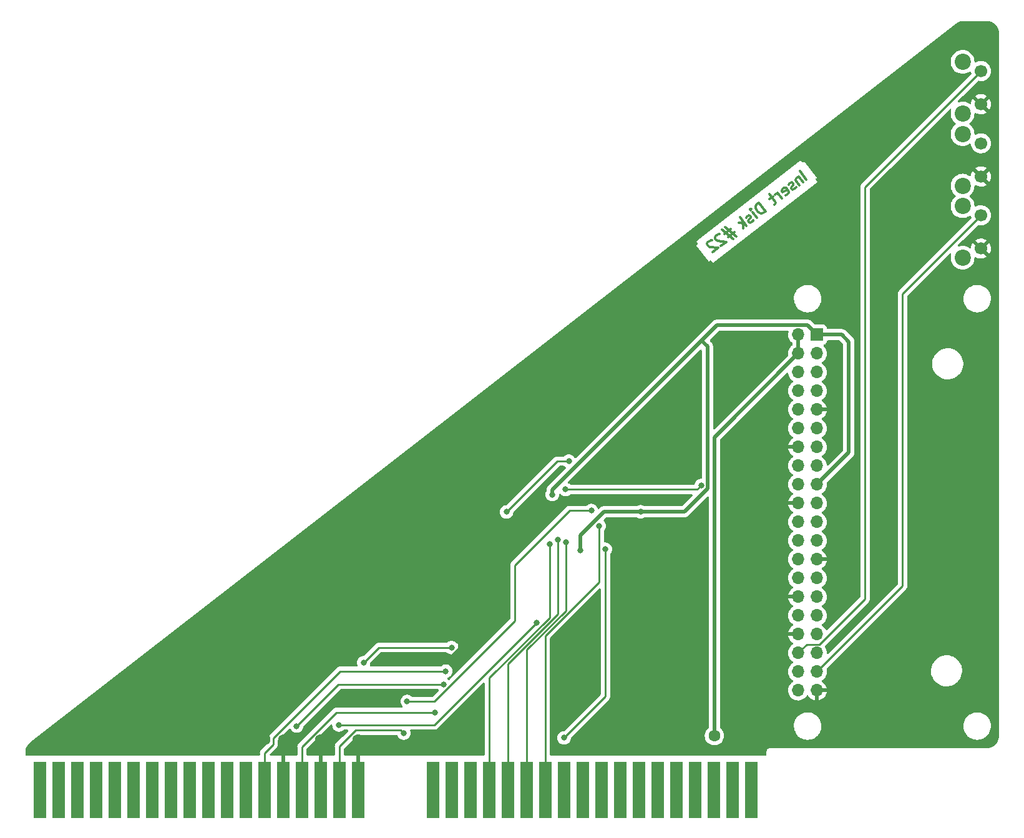
<source format=gbr>
G04 #@! TF.GenerationSoftware,KiCad,Pcbnew,6.99.0-dde629330d~145~ubuntu21.04.1*
G04 #@! TF.CreationDate,2022-01-09T07:55:56+00:00*
G04 #@! TF.ProjectId,videoslotadapter,76696465-6f73-46c6-9f74-616461707465,rev?*
G04 #@! TF.SameCoordinates,Original*
G04 #@! TF.FileFunction,Copper,L2,Bot*
G04 #@! TF.FilePolarity,Positive*
%FSLAX46Y46*%
G04 Gerber Fmt 4.6, Leading zero omitted, Abs format (unit mm)*
G04 Created by KiCad (PCBNEW 6.99.0-dde629330d~145~ubuntu21.04.1) date 2022-01-09 07:55:56*
%MOMM*%
%LPD*%
G01*
G04 APERTURE LIST*
%ADD10C,0.300000*%
G04 #@! TA.AperFunction,NonConductor*
%ADD11C,0.300000*%
G04 #@! TD*
G04 #@! TA.AperFunction,ConnectorPad*
%ADD12R,1.780000X7.620000*%
G04 #@! TD*
G04 #@! TA.AperFunction,ComponentPad*
%ADD13R,1.700000X1.700000*%
G04 #@! TD*
G04 #@! TA.AperFunction,ComponentPad*
%ADD14O,1.700000X1.700000*%
G04 #@! TD*
G04 #@! TA.AperFunction,ComponentPad*
%ADD15C,2.200000*%
G04 #@! TD*
G04 #@! TA.AperFunction,ComponentPad*
%ADD16C,1.700000*%
G04 #@! TD*
G04 #@! TA.AperFunction,ViaPad*
%ADD17C,1.600000*%
G04 #@! TD*
G04 #@! TA.AperFunction,ViaPad*
%ADD18C,0.800000*%
G04 #@! TD*
G04 #@! TA.AperFunction,Conductor*
%ADD19C,0.500000*%
G04 #@! TD*
G04 #@! TA.AperFunction,Conductor*
%ADD20C,0.250000*%
G04 #@! TD*
G04 APERTURE END LIST*
D10*
D11*
X217038152Y-29451527D02*
X216118792Y-28266295D01*
X215965263Y-29018171D02*
X216578170Y-29808326D01*
X216052821Y-29131050D02*
X215952602Y-29118390D01*
X215795944Y-29149508D01*
X215626625Y-29280846D01*
X215557525Y-29424843D01*
X215588643Y-29581502D01*
X216070213Y-30202338D01*
X215622890Y-30458919D02*
X215553790Y-30602916D01*
X215328032Y-30778033D01*
X215171373Y-30809151D01*
X215027376Y-30740051D01*
X214983596Y-30683611D01*
X214952478Y-30526953D01*
X215021578Y-30382955D01*
X215190897Y-30251618D01*
X215259997Y-30107620D01*
X215228879Y-29950962D01*
X215185100Y-29894522D01*
X215041102Y-29825422D01*
X214884444Y-29856540D01*
X214715125Y-29987878D01*
X214646024Y-30131875D01*
X214203434Y-31559962D02*
X214360092Y-31528844D01*
X214585851Y-31353727D01*
X214654951Y-31209729D01*
X214623832Y-31053071D01*
X214273600Y-30601554D01*
X214129602Y-30532454D01*
X213972944Y-30563572D01*
X213747185Y-30738689D01*
X213678085Y-30882686D01*
X213709203Y-31039345D01*
X213796762Y-31152224D01*
X214448716Y-30827313D01*
X213730790Y-32016980D02*
X213117883Y-31226825D01*
X213292999Y-31452584D02*
X213149002Y-31383484D01*
X213048783Y-31370823D01*
X212892124Y-31401942D01*
X212779245Y-31489500D01*
X212488581Y-31714962D02*
X212037064Y-32065194D01*
X212012809Y-31451221D02*
X212800832Y-32467135D01*
X212831951Y-32623793D01*
X212762850Y-32767791D01*
X212649971Y-32855349D01*
X211478849Y-33763765D02*
X210559489Y-32578532D01*
X210277290Y-32797428D01*
X210151750Y-32985204D01*
X210126429Y-33185642D01*
X210157548Y-33342300D01*
X210276224Y-33611838D01*
X210407562Y-33781157D01*
X210639118Y-33963136D01*
X210783115Y-34032237D01*
X210983553Y-34057558D01*
X211196651Y-33982660D01*
X211478849Y-33763765D01*
X210341591Y-34645913D02*
X209728684Y-33855758D01*
X209422230Y-33460680D02*
X209522449Y-33473341D01*
X209509788Y-33573559D01*
X209409570Y-33560899D01*
X209422230Y-33460680D01*
X209509788Y-33573559D01*
X209837829Y-34946272D02*
X209768729Y-35090270D01*
X209542970Y-35265386D01*
X209386312Y-35296505D01*
X209242314Y-35227405D01*
X209198535Y-35170965D01*
X209167416Y-35014307D01*
X209236517Y-34870309D01*
X209405836Y-34738972D01*
X209474936Y-34594974D01*
X209443817Y-34438315D01*
X209400038Y-34381876D01*
X209256040Y-34312776D01*
X209099382Y-34343894D01*
X208930063Y-34475231D01*
X208860963Y-34619229D01*
X208913669Y-35753523D02*
X207994308Y-34568290D01*
X208450557Y-35389564D02*
X208462151Y-36103755D01*
X207849244Y-35313600D02*
X208650994Y-35414885D01*
X206734562Y-36178237D02*
X205887967Y-36834923D01*
X206001912Y-35932954D02*
X207522585Y-37194150D01*
X206394858Y-37255322D02*
X207241453Y-36598635D01*
X207127508Y-37500604D02*
X205606835Y-36239408D01*
X205265529Y-36865745D02*
X205165310Y-36853084D01*
X205008652Y-36884203D01*
X204726454Y-37103098D01*
X204657353Y-37247096D01*
X204644693Y-37347314D01*
X204675811Y-37503973D01*
X204763369Y-37616852D01*
X204951146Y-37742392D01*
X206153771Y-37894319D01*
X205420056Y-38463447D01*
X204184710Y-37704114D02*
X204084491Y-37691453D01*
X203927833Y-37722572D01*
X203645635Y-37941467D01*
X203576534Y-38085465D01*
X203563874Y-38185684D01*
X203594992Y-38342342D01*
X203682550Y-38455221D01*
X203870327Y-38580761D01*
X205072952Y-38732688D01*
X204339237Y-39301816D01*
D12*
X209554000Y-112272000D03*
X207014000Y-112272000D03*
X204474000Y-112272000D03*
X201934000Y-112272000D03*
X199394000Y-112272000D03*
X196854000Y-112272000D03*
X194314000Y-112272000D03*
X191774000Y-112272000D03*
X189234000Y-112272000D03*
X186694000Y-112272000D03*
X184154000Y-112272000D03*
X181614000Y-112272000D03*
X179074000Y-112272000D03*
X176534000Y-112272000D03*
X173994000Y-112272000D03*
X171454000Y-112272000D03*
X168914000Y-112272000D03*
X166374000Y-112272000D03*
X156214000Y-112272000D03*
X153674000Y-112272000D03*
X151134000Y-112272000D03*
X148594000Y-112272000D03*
X146054000Y-112272000D03*
X143514000Y-112272000D03*
X140974000Y-112272000D03*
X138434000Y-112272000D03*
X135894000Y-112272000D03*
X133354000Y-112272000D03*
X130814000Y-112272000D03*
X128274000Y-112272000D03*
X125734000Y-112272000D03*
X123194000Y-112272000D03*
X120654000Y-112272000D03*
X118114000Y-112272000D03*
X115574000Y-112272000D03*
X113034000Y-112272000D03*
D13*
X218450000Y-50500000D03*
D14*
X215910000Y-50500000D03*
X218450000Y-53040000D03*
X215910000Y-53040000D03*
X218450000Y-55580000D03*
X215910000Y-55580000D03*
X218450000Y-58120000D03*
X215910000Y-58120000D03*
X218450000Y-60660000D03*
X215910000Y-60660000D03*
X218450000Y-63200000D03*
X215910000Y-63200000D03*
X218450000Y-65740000D03*
X215910000Y-65740000D03*
X218450000Y-68280000D03*
X215910000Y-68280000D03*
X218450000Y-70820000D03*
X215910000Y-70820000D03*
X218450000Y-73360000D03*
X215910000Y-73360000D03*
X218450000Y-75900000D03*
X215910000Y-75900000D03*
X218450000Y-78440000D03*
X215910000Y-78440000D03*
X218450000Y-80980000D03*
X215910000Y-80980000D03*
X218450000Y-83520000D03*
X215910000Y-83520000D03*
X218450000Y-86060000D03*
X215910000Y-86060000D03*
X218450000Y-88600000D03*
X215910000Y-88600000D03*
X218450000Y-91140000D03*
X215910000Y-91140000D03*
X218450000Y-93680000D03*
X215910000Y-93680000D03*
X218450000Y-96220000D03*
X215910000Y-96220000D03*
X218450000Y-98760000D03*
X215910000Y-98760000D03*
D15*
X238225000Y-23275000D03*
X238225000Y-30275000D03*
D16*
X240725000Y-24525000D03*
X240725000Y-29025000D03*
D15*
X238225000Y-20475000D03*
X238225000Y-13475000D03*
D16*
X240725000Y-14725000D03*
X240725000Y-19225000D03*
D15*
X238225000Y-40050000D03*
X238225000Y-33050000D03*
D16*
X240725000Y-34300000D03*
X240725000Y-38800000D03*
D17*
X156150000Y-99800000D03*
X209550000Y-94150000D03*
X156200000Y-105500000D03*
X211450000Y-61350000D03*
X210600000Y-80250000D03*
X146100000Y-105500000D03*
X191750000Y-65950000D03*
X172950000Y-68775000D03*
X208900000Y-51450000D03*
X143550000Y-105450000D03*
X174900000Y-86800000D03*
X167350000Y-94550000D03*
X171950000Y-100650000D03*
X199600000Y-80350000D03*
X209250000Y-55500000D03*
X136950000Y-101675000D03*
X206250000Y-58100000D03*
X191200000Y-78550000D03*
X151150000Y-105500000D03*
X161250000Y-94450000D03*
X198800000Y-61250000D03*
X199800000Y-94400000D03*
D18*
X186350000Y-79800000D03*
X182550000Y-72200000D03*
X194540120Y-74509880D03*
X188900000Y-76450000D03*
X182200000Y-78950000D03*
X162400000Y-104550000D03*
X187850000Y-74350000D03*
X162850000Y-100250000D03*
X183300000Y-78350000D03*
X168900000Y-92950000D03*
X156950000Y-95000000D03*
X166600000Y-101750000D03*
X180444024Y-89544024D03*
X153600000Y-103450000D03*
X184400000Y-78700000D03*
X168100000Y-96150000D03*
X167800000Y-97950000D03*
X147869000Y-103600000D03*
X184350000Y-71500000D03*
X202750000Y-70972540D03*
X176350000Y-74550000D03*
X184800000Y-67650000D03*
D17*
X204550000Y-104900000D03*
D18*
X184150000Y-105200000D03*
X189750000Y-79600000D03*
D19*
X146054000Y-112272000D02*
X146054000Y-105546000D01*
X151134000Y-112272000D02*
X151134000Y-105516000D01*
X174900000Y-88208002D02*
X168558002Y-94550000D01*
X146054000Y-105546000D02*
X146100000Y-105500000D01*
X156214000Y-112272000D02*
X156214000Y-105514000D01*
X151134000Y-105516000D02*
X151150000Y-105500000D01*
X174900000Y-86800000D02*
X174900000Y-88208002D01*
X168558002Y-94550000D02*
X167350000Y-94550000D01*
X156214000Y-105514000D02*
X156200000Y-105500000D01*
X217149999Y-49199999D02*
X204900001Y-49199999D01*
X186350000Y-79800000D02*
X186350000Y-77741998D01*
X222800000Y-66470000D02*
X218450000Y-70820000D01*
X203600001Y-71380541D02*
X200470662Y-74509880D01*
X186350000Y-77741998D02*
X189582118Y-74509880D01*
X204900001Y-49199999D02*
X202800000Y-51300000D01*
X218450000Y-50500000D02*
X217149999Y-49199999D01*
X221850000Y-50500000D02*
X222800000Y-51450000D01*
X202800000Y-51300000D02*
X203600001Y-52100001D01*
X182550000Y-71550000D02*
X182550000Y-72200000D01*
X202800000Y-51300000D02*
X182550000Y-71550000D01*
X218450000Y-50500000D02*
X221850000Y-50500000D01*
X200470662Y-74509880D02*
X194540120Y-74509880D01*
X222800000Y-51450000D02*
X222800000Y-66470000D01*
X203600001Y-52100001D02*
X203600001Y-71380541D01*
X189582118Y-74509880D02*
X194540120Y-74509880D01*
D20*
X188900000Y-84070280D02*
X188900000Y-76450000D01*
X181614000Y-91356280D02*
X188900000Y-84070280D01*
X181614000Y-112272000D02*
X181614000Y-91356280D01*
X173994000Y-112272000D02*
X173994000Y-97067050D01*
X173994000Y-97067050D02*
X182200000Y-88861050D01*
X182200000Y-88861050D02*
X182200000Y-78950000D01*
X155884997Y-104150001D02*
X153674000Y-106360998D01*
X162000001Y-104150001D02*
X155884997Y-104150001D01*
X162400000Y-104550000D02*
X162000001Y-104150001D01*
X153674000Y-106360998D02*
X153674000Y-112272000D01*
X177500000Y-81750000D02*
X184900000Y-74350000D01*
X177500000Y-81750000D02*
X177500000Y-89323002D01*
X177500000Y-89323002D02*
X166573002Y-100250000D01*
X184900000Y-74350000D02*
X187850000Y-74350000D01*
X166573002Y-100250000D02*
X162850000Y-100250000D01*
X176534000Y-112272000D02*
X176534000Y-95163460D01*
X183300000Y-88397460D02*
X183300000Y-78350000D01*
X176534000Y-95163460D02*
X183300000Y-88397460D01*
X168900000Y-92950000D02*
X159000000Y-92950000D01*
X159000000Y-92950000D02*
X156950000Y-95000000D01*
X148594000Y-112272000D02*
X148594000Y-106390998D01*
X148594000Y-106390998D02*
X153234998Y-101750000D01*
X153234998Y-101750000D02*
X166600000Y-101750000D01*
X166538048Y-103450000D02*
X180444024Y-89544024D01*
X153600000Y-103450000D02*
X166538048Y-103450000D01*
X179074000Y-93259870D02*
X184400000Y-87933870D01*
X184400000Y-87933870D02*
X184400000Y-78700000D01*
X179074000Y-112272000D02*
X179074000Y-93259870D01*
X168100000Y-96150000D02*
X153784998Y-96150000D01*
X153784998Y-96150000D02*
X144675001Y-105259997D01*
X144675001Y-106074999D02*
X143514000Y-107236000D01*
X144675001Y-105259997D02*
X144675001Y-106074999D01*
X143514000Y-107236000D02*
X143514000Y-112272000D01*
X167800000Y-97950000D02*
X153519000Y-97950000D01*
X153519000Y-97950000D02*
X147869000Y-103600000D01*
X230070000Y-44955000D02*
X240725000Y-34300000D01*
X218450000Y-96220000D02*
X230070000Y-84600000D01*
X230070000Y-84600000D02*
X230070000Y-44955000D01*
X224990000Y-30460000D02*
X240725000Y-14725000D01*
X224990000Y-86339002D02*
X224990000Y-30460000D01*
X218824003Y-92504999D02*
X224990000Y-86339002D01*
X217085001Y-92504999D02*
X218824003Y-92504999D01*
X215910000Y-93680000D02*
X217085001Y-92504999D01*
X202750000Y-70972540D02*
X202222540Y-71500000D01*
X202222540Y-71500000D02*
X184350000Y-71500000D01*
X183250000Y-67650000D02*
X176350000Y-74550000D01*
X184800000Y-67650000D02*
X183250000Y-67650000D01*
D19*
X204550000Y-104900000D02*
X204550000Y-64400000D01*
X204550000Y-64400000D02*
X215910000Y-53040000D01*
X215910000Y-50500000D02*
X215910000Y-53040000D01*
D20*
X189750000Y-99600000D02*
X184150000Y-105200000D01*
X189750000Y-79600000D02*
X189750000Y-99600000D01*
G04 #@! TA.AperFunction,Conductor*
G36*
X152608522Y-103376546D02*
G01*
X152665358Y-103419093D01*
X152689799Y-103481431D01*
X152706458Y-103639928D01*
X152765473Y-103821556D01*
X152860960Y-103986944D01*
X152865378Y-103991851D01*
X152865379Y-103991852D01*
X152980350Y-104119540D01*
X152988747Y-104128866D01*
X153143248Y-104241118D01*
X153149276Y-104243802D01*
X153149278Y-104243803D01*
X153236753Y-104282749D01*
X153317712Y-104318794D01*
X153411112Y-104338647D01*
X153498056Y-104357128D01*
X153498061Y-104357128D01*
X153504513Y-104358500D01*
X153695487Y-104358500D01*
X153701939Y-104357128D01*
X153701944Y-104357128D01*
X153788888Y-104338647D01*
X153882288Y-104318794D01*
X153963247Y-104282749D01*
X154050722Y-104243803D01*
X154050724Y-104243802D01*
X154056752Y-104241118D01*
X154156961Y-104168312D01*
X154200135Y-104136944D01*
X154211253Y-104128866D01*
X154215668Y-104123963D01*
X154220580Y-104119540D01*
X154221705Y-104120789D01*
X154275014Y-104087949D01*
X154308200Y-104083500D01*
X154751404Y-104083500D01*
X154819525Y-104103502D01*
X154866018Y-104157158D01*
X154876122Y-104227432D01*
X154846628Y-104292012D01*
X154840501Y-104298593D01*
X154057867Y-105081226D01*
X153281747Y-105857346D01*
X153273461Y-105864886D01*
X153266982Y-105868998D01*
X153261557Y-105874775D01*
X153220357Y-105918649D01*
X153217602Y-105921491D01*
X153197865Y-105941228D01*
X153195385Y-105944425D01*
X153187682Y-105953445D01*
X153157414Y-105985677D01*
X153153595Y-105992623D01*
X153153593Y-105992626D01*
X153147652Y-106003432D01*
X153136801Y-106019951D01*
X153124386Y-106035957D01*
X153121241Y-106043226D01*
X153121238Y-106043230D01*
X153106826Y-106076535D01*
X153101609Y-106087185D01*
X153080305Y-106125938D01*
X153078334Y-106133613D01*
X153078334Y-106133614D01*
X153075267Y-106145560D01*
X153068863Y-106164264D01*
X153060819Y-106182853D01*
X153059580Y-106190676D01*
X153059577Y-106190686D01*
X153053901Y-106226522D01*
X153051495Y-106238142D01*
X153043793Y-106268142D01*
X153040500Y-106280968D01*
X153040500Y-106301222D01*
X153038949Y-106320932D01*
X153035780Y-106340941D01*
X153036526Y-106348833D01*
X153039941Y-106384959D01*
X153040500Y-106396817D01*
X153040500Y-107474000D01*
X153020498Y-107542121D01*
X152966842Y-107588614D01*
X152914500Y-107600000D01*
X149353500Y-107600000D01*
X149285379Y-107579998D01*
X149238886Y-107526342D01*
X149227500Y-107474000D01*
X149227500Y-106705592D01*
X149247502Y-106637471D01*
X149264405Y-106616497D01*
X152475395Y-103405507D01*
X152537707Y-103371481D01*
X152608522Y-103376546D01*
G37*
G04 #@! TD.AperFunction*
G04 #@! TA.AperFunction,Conductor*
G36*
X241486056Y-7925500D02*
G01*
X241487496Y-7925724D01*
X241500858Y-7927805D01*
X241500861Y-7927805D01*
X241509730Y-7929186D01*
X241518632Y-7928022D01*
X241518634Y-7928022D01*
X241522174Y-7927559D01*
X241524957Y-7927195D01*
X241550279Y-7926452D01*
X241700962Y-7937229D01*
X241741971Y-7940162D01*
X241759765Y-7942720D01*
X241972337Y-7988962D01*
X241989586Y-7994027D01*
X242042298Y-8013687D01*
X242193414Y-8070050D01*
X242209761Y-8077516D01*
X242400692Y-8181773D01*
X242415815Y-8191492D01*
X242589965Y-8321859D01*
X242603551Y-8333632D01*
X242757368Y-8487449D01*
X242769141Y-8501035D01*
X242899508Y-8675185D01*
X242909227Y-8690308D01*
X243013484Y-8881239D01*
X243020950Y-8897586D01*
X243051913Y-8980602D01*
X243096973Y-9101414D01*
X243102038Y-9118663D01*
X243148280Y-9331235D01*
X243150838Y-9349029D01*
X243164041Y-9533628D01*
X243163297Y-9551532D01*
X243163195Y-9559858D01*
X243161814Y-9568730D01*
X243162978Y-9577632D01*
X243162978Y-9577635D01*
X243165936Y-9600251D01*
X243167000Y-9616589D01*
X243167000Y-104882509D01*
X243165500Y-104901894D01*
X243163095Y-104917337D01*
X243163095Y-104917341D01*
X243161714Y-104926210D01*
X243162878Y-104935112D01*
X243162878Y-104935114D01*
X243163705Y-104941435D01*
X243164448Y-104966759D01*
X243160287Y-105024937D01*
X243150738Y-105158451D01*
X243148180Y-105176245D01*
X243101938Y-105388817D01*
X243096873Y-105406066D01*
X243020850Y-105609894D01*
X243013384Y-105626241D01*
X242909127Y-105817172D01*
X242899408Y-105832295D01*
X242769041Y-106006445D01*
X242757268Y-106020031D01*
X242603451Y-106173848D01*
X242589865Y-106185621D01*
X242415715Y-106315988D01*
X242400592Y-106325707D01*
X242209661Y-106429964D01*
X242193314Y-106437430D01*
X242074138Y-106481880D01*
X241989486Y-106513453D01*
X241972237Y-106518518D01*
X241759665Y-106564760D01*
X241741871Y-106567318D01*
X241719834Y-106568894D01*
X241557269Y-106580521D01*
X241539368Y-106579777D01*
X241531042Y-106579675D01*
X241522170Y-106578294D01*
X241513268Y-106579458D01*
X241513265Y-106579458D01*
X241490649Y-106582416D01*
X241474311Y-106583480D01*
X212144555Y-106583480D01*
X212143817Y-106583478D01*
X212065938Y-106583022D01*
X212037613Y-106591125D01*
X212020827Y-106594710D01*
X212015549Y-106595466D01*
X211991675Y-106598885D01*
X211983508Y-106602598D01*
X211983502Y-106602600D01*
X211968254Y-106609533D01*
X211950763Y-106615971D01*
X211926036Y-106623045D01*
X211901125Y-106638771D01*
X211886028Y-106646920D01*
X211859210Y-106659113D01*
X211852407Y-106664975D01*
X211839723Y-106675904D01*
X211824740Y-106686994D01*
X211802989Y-106700725D01*
X211797050Y-106707453D01*
X211797049Y-106707454D01*
X211783501Y-106722803D01*
X211771284Y-106734875D01*
X211748973Y-106754099D01*
X211744090Y-106761633D01*
X211734988Y-106775676D01*
X211723715Y-106790533D01*
X211712632Y-106803087D01*
X211712630Y-106803091D01*
X211706692Y-106809817D01*
X211694180Y-106836483D01*
X211685848Y-106851488D01*
X211674709Y-106868674D01*
X211674708Y-106868677D01*
X211669827Y-106876207D01*
X211664221Y-106894953D01*
X211662457Y-106900850D01*
X211655809Y-106918264D01*
X211648696Y-106933425D01*
X211644883Y-106941553D01*
X211643505Y-106950419D01*
X211643504Y-106950422D01*
X211640361Y-106970648D01*
X211636572Y-106987403D01*
X211630705Y-107007019D01*
X211630704Y-107007023D01*
X211628133Y-107015621D01*
X211628078Y-107024593D01*
X211628078Y-107024595D01*
X211627923Y-107050051D01*
X211627888Y-107050889D01*
X211627710Y-107052033D01*
X211627718Y-107083086D01*
X211627716Y-107083857D01*
X211627244Y-107161132D01*
X211627643Y-107162527D01*
X211627738Y-107163925D01*
X211627817Y-107473968D01*
X211607832Y-107542094D01*
X211554188Y-107588600D01*
X211501817Y-107600000D01*
X182373500Y-107600000D01*
X182305379Y-107579998D01*
X182258886Y-107526342D01*
X182247500Y-107474000D01*
X182247500Y-91670874D01*
X182267502Y-91602753D01*
X182284405Y-91581779D01*
X188901405Y-84964780D01*
X188963717Y-84930754D01*
X189034532Y-84935819D01*
X189091368Y-84978366D01*
X189116179Y-85044886D01*
X189116500Y-85053875D01*
X189116500Y-99285406D01*
X189096498Y-99353527D01*
X189079595Y-99374501D01*
X184199500Y-104254595D01*
X184137188Y-104288621D01*
X184110405Y-104291500D01*
X184054513Y-104291500D01*
X184048061Y-104292872D01*
X184048056Y-104292872D01*
X183961112Y-104311353D01*
X183867712Y-104331206D01*
X183861682Y-104333891D01*
X183861681Y-104333891D01*
X183699278Y-104406197D01*
X183699276Y-104406198D01*
X183693248Y-104408882D01*
X183538747Y-104521134D01*
X183534326Y-104526044D01*
X183534325Y-104526045D01*
X183417780Y-104655482D01*
X183410960Y-104663056D01*
X183402683Y-104677393D01*
X183320882Y-104819076D01*
X183315473Y-104828444D01*
X183256458Y-105010072D01*
X183255768Y-105016633D01*
X183255768Y-105016635D01*
X183240863Y-105158451D01*
X183236496Y-105200000D01*
X183237186Y-105206565D01*
X183252706Y-105354225D01*
X183256458Y-105389928D01*
X183315473Y-105571556D01*
X183410960Y-105736944D01*
X183415378Y-105741851D01*
X183415379Y-105741852D01*
X183490317Y-105825079D01*
X183538747Y-105878866D01*
X183595469Y-105920077D01*
X183662013Y-105968424D01*
X183693248Y-105991118D01*
X183699276Y-105993802D01*
X183699278Y-105993803D01*
X183861340Y-106065957D01*
X183867712Y-106068794D01*
X183954136Y-106087164D01*
X184048056Y-106107128D01*
X184048061Y-106107128D01*
X184054513Y-106108500D01*
X184245487Y-106108500D01*
X184251939Y-106107128D01*
X184251944Y-106107128D01*
X184345864Y-106087164D01*
X184432288Y-106068794D01*
X184438660Y-106065957D01*
X184600722Y-105993803D01*
X184600724Y-105993802D01*
X184606752Y-105991118D01*
X184637988Y-105968424D01*
X184704531Y-105920077D01*
X184761253Y-105878866D01*
X184809683Y-105825079D01*
X184884621Y-105741852D01*
X184884622Y-105741851D01*
X184889040Y-105736944D01*
X184984527Y-105571556D01*
X185043542Y-105389928D01*
X185047295Y-105354225D01*
X185060907Y-105224707D01*
X185087920Y-105159050D01*
X185097122Y-105148782D01*
X190142253Y-100103652D01*
X190150539Y-100096112D01*
X190157018Y-100092000D01*
X190203644Y-100042348D01*
X190206398Y-100039507D01*
X190226135Y-100019770D01*
X190228615Y-100016573D01*
X190236320Y-100007551D01*
X190266586Y-99975321D01*
X190270405Y-99968375D01*
X190270407Y-99968372D01*
X190276348Y-99957566D01*
X190287199Y-99941047D01*
X190294758Y-99931301D01*
X190299614Y-99925041D01*
X190302759Y-99917772D01*
X190302762Y-99917768D01*
X190317174Y-99884463D01*
X190322391Y-99873813D01*
X190343695Y-99835060D01*
X190348733Y-99815437D01*
X190355137Y-99796734D01*
X190360033Y-99785420D01*
X190360033Y-99785419D01*
X190363181Y-99778145D01*
X190364420Y-99770322D01*
X190364423Y-99770312D01*
X190370099Y-99734476D01*
X190372505Y-99722856D01*
X190381528Y-99687711D01*
X190381528Y-99687710D01*
X190383500Y-99680030D01*
X190383500Y-99659776D01*
X190385051Y-99640065D01*
X190386980Y-99627886D01*
X190388220Y-99620057D01*
X190384059Y-99576038D01*
X190383500Y-99564181D01*
X190383500Y-80302524D01*
X190403502Y-80234403D01*
X190415858Y-80218221D01*
X190489040Y-80136944D01*
X190575472Y-79987240D01*
X190581223Y-79977279D01*
X190581224Y-79977278D01*
X190584527Y-79971556D01*
X190643542Y-79789928D01*
X190652030Y-79709174D01*
X190662814Y-79606565D01*
X190663504Y-79600000D01*
X190652137Y-79491847D01*
X190644232Y-79416635D01*
X190644232Y-79416633D01*
X190643542Y-79410072D01*
X190584527Y-79228444D01*
X190489040Y-79063056D01*
X190477131Y-79049829D01*
X190365675Y-78926045D01*
X190365674Y-78926044D01*
X190361253Y-78921134D01*
X190206752Y-78808882D01*
X190200724Y-78806198D01*
X190200722Y-78806197D01*
X190038319Y-78733891D01*
X190038318Y-78733891D01*
X190032288Y-78731206D01*
X189916362Y-78706565D01*
X189851944Y-78692872D01*
X189851939Y-78692872D01*
X189845487Y-78691500D01*
X189659500Y-78691500D01*
X189591379Y-78671498D01*
X189544886Y-78617842D01*
X189533500Y-78565500D01*
X189533500Y-77152524D01*
X189553502Y-77084403D01*
X189565858Y-77068221D01*
X189639040Y-76986944D01*
X189734527Y-76821556D01*
X189793542Y-76639928D01*
X189797004Y-76606994D01*
X189812814Y-76456565D01*
X189813504Y-76450000D01*
X189806954Y-76387680D01*
X189794232Y-76266635D01*
X189794232Y-76266633D01*
X189793542Y-76260072D01*
X189734527Y-76078444D01*
X189639040Y-75913056D01*
X189535488Y-75798050D01*
X189504773Y-75734046D01*
X189513536Y-75663593D01*
X189540031Y-75624648D01*
X189859394Y-75305285D01*
X189921706Y-75271259D01*
X189948489Y-75268380D01*
X193997533Y-75268380D01*
X194071592Y-75292443D01*
X194078022Y-75297115D01*
X194078029Y-75297119D01*
X194083368Y-75300998D01*
X194089396Y-75303682D01*
X194089398Y-75303683D01*
X194173479Y-75341118D01*
X194257832Y-75378674D01*
X194349520Y-75398163D01*
X194438176Y-75417008D01*
X194438181Y-75417008D01*
X194444633Y-75418380D01*
X194635607Y-75418380D01*
X194642059Y-75417008D01*
X194642064Y-75417008D01*
X194730720Y-75398163D01*
X194822408Y-75378674D01*
X194906761Y-75341118D01*
X194990842Y-75303683D01*
X194990844Y-75303682D01*
X194996872Y-75300998D01*
X195002211Y-75297119D01*
X195002218Y-75297115D01*
X195008648Y-75292443D01*
X195082707Y-75268380D01*
X200403592Y-75268380D01*
X200422542Y-75269813D01*
X200436777Y-75271979D01*
X200436781Y-75271979D01*
X200444011Y-75273079D01*
X200451303Y-75272486D01*
X200451306Y-75272486D01*
X200496680Y-75268795D01*
X200506895Y-75268380D01*
X200514955Y-75268380D01*
X200528245Y-75266831D01*
X200543169Y-75265091D01*
X200547544Y-75264658D01*
X200613001Y-75259334D01*
X200613004Y-75259333D01*
X200620299Y-75258740D01*
X200627263Y-75256484D01*
X200633222Y-75255293D01*
X200639077Y-75253909D01*
X200646343Y-75253062D01*
X200714989Y-75228145D01*
X200719117Y-75226728D01*
X200781598Y-75206487D01*
X200781600Y-75206486D01*
X200788561Y-75204231D01*
X200794816Y-75200435D01*
X200800290Y-75197929D01*
X200805720Y-75195210D01*
X200812599Y-75192713D01*
X200873638Y-75152694D01*
X200877342Y-75150357D01*
X200939769Y-75112475D01*
X200948146Y-75105077D01*
X200948170Y-75105104D01*
X200951162Y-75102451D01*
X200954395Y-75099748D01*
X200960514Y-75095736D01*
X201013790Y-75039497D01*
X201016168Y-75037055D01*
X203576405Y-72476818D01*
X203638717Y-72442792D01*
X203709532Y-72447857D01*
X203766368Y-72490404D01*
X203791179Y-72556924D01*
X203791500Y-72565913D01*
X203791500Y-103768133D01*
X203771498Y-103836254D01*
X203737772Y-103871345D01*
X203705700Y-103893802D01*
X203543802Y-104055700D01*
X203540645Y-104060208D01*
X203540643Y-104060211D01*
X203499101Y-104119540D01*
X203412477Y-104243251D01*
X203410154Y-104248233D01*
X203410151Y-104248238D01*
X203333433Y-104412763D01*
X203315716Y-104450757D01*
X203314294Y-104456065D01*
X203314293Y-104456067D01*
X203261917Y-104651537D01*
X203256457Y-104671913D01*
X203236502Y-104900000D01*
X203256457Y-105128087D01*
X203257881Y-105133400D01*
X203257881Y-105133402D01*
X203264754Y-105159050D01*
X203315716Y-105349243D01*
X203318039Y-105354224D01*
X203318039Y-105354225D01*
X203410151Y-105551762D01*
X203410154Y-105551767D01*
X203412477Y-105556749D01*
X203543802Y-105744300D01*
X203705700Y-105906198D01*
X203710208Y-105909355D01*
X203710211Y-105909357D01*
X203770385Y-105951491D01*
X203893251Y-106037523D01*
X203898233Y-106039846D01*
X203898238Y-106039849D01*
X204095775Y-106131961D01*
X204100757Y-106134284D01*
X204106065Y-106135706D01*
X204106067Y-106135707D01*
X204316598Y-106192119D01*
X204316600Y-106192119D01*
X204321913Y-106193543D01*
X204550000Y-106213498D01*
X204778087Y-106193543D01*
X204783400Y-106192119D01*
X204783402Y-106192119D01*
X204993933Y-106135707D01*
X204993935Y-106135706D01*
X204999243Y-106134284D01*
X205004225Y-106131961D01*
X205201762Y-106039849D01*
X205201767Y-106039846D01*
X205206749Y-106037523D01*
X205329615Y-105951491D01*
X205389789Y-105909357D01*
X205389792Y-105909355D01*
X205394300Y-105906198D01*
X205556198Y-105744300D01*
X205687523Y-105556749D01*
X205689846Y-105551767D01*
X205689849Y-105551762D01*
X205781961Y-105354225D01*
X205781961Y-105354224D01*
X205784284Y-105349243D01*
X205835247Y-105159050D01*
X205842119Y-105133402D01*
X205842119Y-105133400D01*
X205843543Y-105128087D01*
X205863498Y-104900000D01*
X205843543Y-104671913D01*
X205838083Y-104651537D01*
X205785707Y-104456067D01*
X205785706Y-104456065D01*
X205784284Y-104450757D01*
X205766567Y-104412763D01*
X205689849Y-104248238D01*
X205689846Y-104248233D01*
X205687523Y-104243251D01*
X205600899Y-104119540D01*
X205559357Y-104060211D01*
X205559355Y-104060208D01*
X205556198Y-104055700D01*
X205394300Y-103893802D01*
X205362229Y-103871345D01*
X205317901Y-103815890D01*
X205308500Y-103768133D01*
X205308500Y-103642277D01*
X215337009Y-103642277D01*
X215362625Y-103910769D01*
X215363710Y-103915203D01*
X215363711Y-103915209D01*
X215409786Y-104103502D01*
X215426731Y-104172750D01*
X215527985Y-104422733D01*
X215664265Y-104655482D01*
X215681788Y-104677393D01*
X215814510Y-104843353D01*
X215832716Y-104866119D01*
X216029809Y-105050234D01*
X216251416Y-105203968D01*
X216255499Y-105205999D01*
X216255502Y-105206001D01*
X216371013Y-105263466D01*
X216492894Y-105324101D01*
X216497228Y-105325522D01*
X216497231Y-105325523D01*
X216744853Y-105406698D01*
X216744859Y-105406699D01*
X216749186Y-105408118D01*
X216753677Y-105408898D01*
X216753678Y-105408898D01*
X217011140Y-105453601D01*
X217011148Y-105453602D01*
X217014921Y-105454257D01*
X217018758Y-105454448D01*
X217098578Y-105458422D01*
X217098586Y-105458422D01*
X217100149Y-105458500D01*
X217268512Y-105458500D01*
X217270780Y-105458335D01*
X217270792Y-105458335D01*
X217401884Y-105448823D01*
X217469004Y-105443953D01*
X217473459Y-105442969D01*
X217473462Y-105442969D01*
X217727912Y-105386791D01*
X217727916Y-105386790D01*
X217732372Y-105385806D01*
X217866852Y-105334856D01*
X217980318Y-105291868D01*
X217980321Y-105291867D01*
X217984588Y-105290250D01*
X218196964Y-105172286D01*
X218216375Y-105161504D01*
X218216376Y-105161503D01*
X218220368Y-105159286D01*
X218434773Y-104995657D01*
X218494113Y-104934956D01*
X218574772Y-104852446D01*
X218623312Y-104802792D01*
X218782034Y-104584730D01*
X218849727Y-104456067D01*
X218905490Y-104350079D01*
X218905493Y-104350073D01*
X218907615Y-104346039D01*
X218917237Y-104318794D01*
X218995902Y-104096033D01*
X218995902Y-104096032D01*
X218997425Y-104091720D01*
X219023667Y-103958580D01*
X219048700Y-103831572D01*
X219048701Y-103831566D01*
X219049581Y-103827100D01*
X219051119Y-103796206D01*
X219058782Y-103642277D01*
X238337009Y-103642277D01*
X238362625Y-103910769D01*
X238363710Y-103915203D01*
X238363711Y-103915209D01*
X238409786Y-104103502D01*
X238426731Y-104172750D01*
X238527985Y-104422733D01*
X238664265Y-104655482D01*
X238681788Y-104677393D01*
X238814510Y-104843353D01*
X238832716Y-104866119D01*
X239029809Y-105050234D01*
X239251416Y-105203968D01*
X239255499Y-105205999D01*
X239255502Y-105206001D01*
X239371013Y-105263466D01*
X239492894Y-105324101D01*
X239497228Y-105325522D01*
X239497231Y-105325523D01*
X239744853Y-105406698D01*
X239744859Y-105406699D01*
X239749186Y-105408118D01*
X239753677Y-105408898D01*
X239753678Y-105408898D01*
X240011140Y-105453601D01*
X240011148Y-105453602D01*
X240014921Y-105454257D01*
X240018758Y-105454448D01*
X240098578Y-105458422D01*
X240098586Y-105458422D01*
X240100149Y-105458500D01*
X240268512Y-105458500D01*
X240270780Y-105458335D01*
X240270792Y-105458335D01*
X240401884Y-105448823D01*
X240469004Y-105443953D01*
X240473459Y-105442969D01*
X240473462Y-105442969D01*
X240727912Y-105386791D01*
X240727916Y-105386790D01*
X240732372Y-105385806D01*
X240866852Y-105334856D01*
X240980318Y-105291868D01*
X240980321Y-105291867D01*
X240984588Y-105290250D01*
X241196964Y-105172286D01*
X241216375Y-105161504D01*
X241216376Y-105161503D01*
X241220368Y-105159286D01*
X241434773Y-104995657D01*
X241494113Y-104934956D01*
X241574772Y-104852446D01*
X241623312Y-104802792D01*
X241782034Y-104584730D01*
X241849727Y-104456067D01*
X241905490Y-104350079D01*
X241905493Y-104350073D01*
X241907615Y-104346039D01*
X241917237Y-104318794D01*
X241995902Y-104096033D01*
X241995902Y-104096032D01*
X241997425Y-104091720D01*
X242023667Y-103958580D01*
X242048700Y-103831572D01*
X242048701Y-103831566D01*
X242049581Y-103827100D01*
X242051119Y-103796206D01*
X242062764Y-103562292D01*
X242062764Y-103562286D01*
X242062991Y-103557723D01*
X242037375Y-103289231D01*
X241992042Y-103103967D01*
X241974355Y-103031688D01*
X241973269Y-103027250D01*
X241872015Y-102777267D01*
X241735735Y-102544518D01*
X241616474Y-102395390D01*
X241570136Y-102337447D01*
X241570135Y-102337445D01*
X241567284Y-102333881D01*
X241370191Y-102149766D01*
X241148584Y-101996032D01*
X241144501Y-101994001D01*
X241144498Y-101993999D01*
X240979606Y-101911967D01*
X240907106Y-101875899D01*
X240902772Y-101874478D01*
X240902769Y-101874477D01*
X240655147Y-101793302D01*
X240655141Y-101793301D01*
X240650814Y-101791882D01*
X240646322Y-101791102D01*
X240388860Y-101746399D01*
X240388852Y-101746398D01*
X240385079Y-101745743D01*
X240373817Y-101745182D01*
X240301422Y-101741578D01*
X240301414Y-101741578D01*
X240299851Y-101741500D01*
X240131488Y-101741500D01*
X240129220Y-101741665D01*
X240129208Y-101741665D01*
X239998116Y-101751177D01*
X239930996Y-101756047D01*
X239926541Y-101757031D01*
X239926538Y-101757031D01*
X239672088Y-101813209D01*
X239672084Y-101813210D01*
X239667628Y-101814194D01*
X239541520Y-101861972D01*
X239419682Y-101908132D01*
X239419679Y-101908133D01*
X239415412Y-101909750D01*
X239179632Y-102040714D01*
X238965227Y-102204343D01*
X238776688Y-102397208D01*
X238617966Y-102615270D01*
X238595021Y-102658882D01*
X238494510Y-102849921D01*
X238494507Y-102849927D01*
X238492385Y-102853961D01*
X238490865Y-102858266D01*
X238490863Y-102858270D01*
X238404098Y-103103967D01*
X238402575Y-103108280D01*
X238350419Y-103372900D01*
X238350192Y-103377453D01*
X238350192Y-103377456D01*
X238337453Y-103633365D01*
X238337009Y-103642277D01*
X219058782Y-103642277D01*
X219062764Y-103562292D01*
X219062764Y-103562286D01*
X219062991Y-103557723D01*
X219037375Y-103289231D01*
X218992042Y-103103967D01*
X218974355Y-103031688D01*
X218973269Y-103027250D01*
X218872015Y-102777267D01*
X218735735Y-102544518D01*
X218616474Y-102395390D01*
X218570136Y-102337447D01*
X218570135Y-102337445D01*
X218567284Y-102333881D01*
X218370191Y-102149766D01*
X218148584Y-101996032D01*
X218144501Y-101994001D01*
X218144498Y-101993999D01*
X217979606Y-101911967D01*
X217907106Y-101875899D01*
X217902772Y-101874478D01*
X217902769Y-101874477D01*
X217655147Y-101793302D01*
X217655141Y-101793301D01*
X217650814Y-101791882D01*
X217646322Y-101791102D01*
X217388860Y-101746399D01*
X217388852Y-101746398D01*
X217385079Y-101745743D01*
X217373817Y-101745182D01*
X217301422Y-101741578D01*
X217301414Y-101741578D01*
X217299851Y-101741500D01*
X217131488Y-101741500D01*
X217129220Y-101741665D01*
X217129208Y-101741665D01*
X216998116Y-101751177D01*
X216930996Y-101756047D01*
X216926541Y-101757031D01*
X216926538Y-101757031D01*
X216672088Y-101813209D01*
X216672084Y-101813210D01*
X216667628Y-101814194D01*
X216541520Y-101861972D01*
X216419682Y-101908132D01*
X216419679Y-101908133D01*
X216415412Y-101909750D01*
X216179632Y-102040714D01*
X215965227Y-102204343D01*
X215776688Y-102397208D01*
X215617966Y-102615270D01*
X215595021Y-102658882D01*
X215494510Y-102849921D01*
X215494507Y-102849927D01*
X215492385Y-102853961D01*
X215490865Y-102858266D01*
X215490863Y-102858270D01*
X215404098Y-103103967D01*
X215402575Y-103108280D01*
X215350419Y-103372900D01*
X215350192Y-103377453D01*
X215350192Y-103377456D01*
X215337453Y-103633365D01*
X215337009Y-103642277D01*
X205308500Y-103642277D01*
X205308500Y-64766371D01*
X205328502Y-64698250D01*
X205345405Y-64677276D01*
X214345130Y-55677551D01*
X214407442Y-55643525D01*
X214478257Y-55648590D01*
X214535093Y-55691137D01*
X214560016Y-55759394D01*
X214560309Y-55764477D01*
X214561745Y-55774697D01*
X214608565Y-55982446D01*
X214611645Y-55992275D01*
X214691770Y-56189603D01*
X214696413Y-56198794D01*
X214807694Y-56380388D01*
X214813777Y-56388699D01*
X214953213Y-56549667D01*
X214960580Y-56556883D01*
X215124434Y-56692916D01*
X215132881Y-56698831D01*
X215201969Y-56739203D01*
X215250693Y-56790842D01*
X215263764Y-56860625D01*
X215237033Y-56926396D01*
X215196584Y-56959752D01*
X215183607Y-56966507D01*
X215179474Y-56969610D01*
X215179471Y-56969612D01*
X215155247Y-56987800D01*
X215004965Y-57100635D01*
X214850629Y-57262138D01*
X214724743Y-57446680D01*
X214630688Y-57649305D01*
X214570989Y-57864570D01*
X214547251Y-58086695D01*
X214547548Y-58091848D01*
X214547548Y-58091851D01*
X214553011Y-58186590D01*
X214560110Y-58309715D01*
X214561247Y-58314761D01*
X214561248Y-58314767D01*
X214581119Y-58402939D01*
X214609222Y-58527639D01*
X214693266Y-58734616D01*
X214744019Y-58817438D01*
X214807291Y-58920688D01*
X214809987Y-58925088D01*
X214956250Y-59093938D01*
X215128126Y-59236632D01*
X215198595Y-59277811D01*
X215201445Y-59279476D01*
X215250169Y-59331114D01*
X215263240Y-59400897D01*
X215236509Y-59466669D01*
X215196055Y-59500027D01*
X215183607Y-59506507D01*
X215179474Y-59509610D01*
X215179471Y-59509612D01*
X215155247Y-59527800D01*
X215004965Y-59640635D01*
X214850629Y-59802138D01*
X214724743Y-59986680D01*
X214630688Y-60189305D01*
X214570989Y-60404570D01*
X214547251Y-60626695D01*
X214560110Y-60849715D01*
X214561247Y-60854761D01*
X214561248Y-60854767D01*
X214574597Y-60914000D01*
X214609222Y-61067639D01*
X214693266Y-61274616D01*
X214809987Y-61465088D01*
X214956250Y-61633938D01*
X215128126Y-61776632D01*
X215198595Y-61817811D01*
X215201445Y-61819476D01*
X215250169Y-61871114D01*
X215263240Y-61940897D01*
X215236509Y-62006669D01*
X215196055Y-62040027D01*
X215183607Y-62046507D01*
X215179474Y-62049610D01*
X215179471Y-62049612D01*
X215155247Y-62067800D01*
X215004965Y-62180635D01*
X214850629Y-62342138D01*
X214724743Y-62526680D01*
X214630688Y-62729305D01*
X214570989Y-62944570D01*
X214547251Y-63166695D01*
X214547548Y-63171848D01*
X214547548Y-63171851D01*
X214553011Y-63266590D01*
X214560110Y-63389715D01*
X214561247Y-63394761D01*
X214561248Y-63394767D01*
X214581119Y-63482939D01*
X214609222Y-63607639D01*
X214693266Y-63814616D01*
X214744019Y-63897438D01*
X214807291Y-64000688D01*
X214809987Y-64005088D01*
X214956250Y-64173938D01*
X215128126Y-64316632D01*
X215201445Y-64359476D01*
X215201955Y-64359774D01*
X215250679Y-64411412D01*
X215263750Y-64481195D01*
X215237019Y-64546967D01*
X215196562Y-64580327D01*
X215188457Y-64584546D01*
X215179738Y-64590036D01*
X215009433Y-64717905D01*
X215001726Y-64724748D01*
X214854590Y-64878717D01*
X214848104Y-64886727D01*
X214728098Y-65062649D01*
X214723000Y-65071623D01*
X214633338Y-65264783D01*
X214629775Y-65274470D01*
X214574389Y-65474183D01*
X214575912Y-65482607D01*
X214588292Y-65486000D01*
X216038000Y-65486000D01*
X216106121Y-65506002D01*
X216152614Y-65559658D01*
X216164000Y-65612000D01*
X216164000Y-65868000D01*
X216143998Y-65936121D01*
X216090342Y-65982614D01*
X216038000Y-65994000D01*
X214593225Y-65994000D01*
X214579694Y-65997973D01*
X214578257Y-66007966D01*
X214608565Y-66142446D01*
X214611645Y-66152275D01*
X214691770Y-66349603D01*
X214696413Y-66358794D01*
X214807694Y-66540388D01*
X214813777Y-66548699D01*
X214953213Y-66709667D01*
X214960580Y-66716883D01*
X215124434Y-66852916D01*
X215132881Y-66858831D01*
X215201969Y-66899203D01*
X215250693Y-66950842D01*
X215263764Y-67020625D01*
X215237033Y-67086396D01*
X215196584Y-67119752D01*
X215183607Y-67126507D01*
X215179474Y-67129610D01*
X215179471Y-67129612D01*
X215049251Y-67227384D01*
X215004965Y-67260635D01*
X214850629Y-67422138D01*
X214724743Y-67606680D01*
X214630688Y-67809305D01*
X214570989Y-68024570D01*
X214547251Y-68246695D01*
X214547548Y-68251848D01*
X214547548Y-68251851D01*
X214553011Y-68346590D01*
X214560110Y-68469715D01*
X214561247Y-68474761D01*
X214561248Y-68474767D01*
X214579410Y-68555353D01*
X214609222Y-68687639D01*
X214693266Y-68894616D01*
X214744942Y-68978944D01*
X214807291Y-69080688D01*
X214809987Y-69085088D01*
X214956250Y-69253938D01*
X215128126Y-69396632D01*
X215198595Y-69437811D01*
X215201445Y-69439476D01*
X215250169Y-69491114D01*
X215263240Y-69560897D01*
X215236509Y-69626669D01*
X215196055Y-69660027D01*
X215183607Y-69666507D01*
X215179474Y-69669610D01*
X215179471Y-69669612D01*
X215155247Y-69687800D01*
X215004965Y-69800635D01*
X215001393Y-69804373D01*
X214873658Y-69938040D01*
X214850629Y-69962138D01*
X214847720Y-69966403D01*
X214847714Y-69966411D01*
X214788883Y-70052654D01*
X214724743Y-70146680D01*
X214630688Y-70349305D01*
X214570989Y-70564570D01*
X214547251Y-70786695D01*
X214547548Y-70791848D01*
X214547548Y-70791851D01*
X214553011Y-70886590D01*
X214560110Y-71009715D01*
X214561247Y-71014761D01*
X214561248Y-71014767D01*
X214581119Y-71102939D01*
X214609222Y-71227639D01*
X214693266Y-71434616D01*
X214744019Y-71517438D01*
X214807291Y-71620688D01*
X214809987Y-71625088D01*
X214956250Y-71793938D01*
X215128126Y-71936632D01*
X215201445Y-71979476D01*
X215201955Y-71979774D01*
X215250679Y-72031412D01*
X215263750Y-72101195D01*
X215237019Y-72166967D01*
X215196562Y-72200327D01*
X215188457Y-72204546D01*
X215179738Y-72210036D01*
X215009433Y-72337905D01*
X215001726Y-72344748D01*
X214854590Y-72498717D01*
X214848104Y-72506727D01*
X214728098Y-72682649D01*
X214723000Y-72691623D01*
X214633338Y-72884783D01*
X214629775Y-72894470D01*
X214574389Y-73094183D01*
X214575912Y-73102607D01*
X214588292Y-73106000D01*
X216038000Y-73106000D01*
X216106121Y-73126002D01*
X216152614Y-73179658D01*
X216164000Y-73232000D01*
X216164000Y-73488000D01*
X216143998Y-73556121D01*
X216090342Y-73602614D01*
X216038000Y-73614000D01*
X214593225Y-73614000D01*
X214579694Y-73617973D01*
X214578257Y-73627966D01*
X214608565Y-73762446D01*
X214611645Y-73772275D01*
X214691770Y-73969603D01*
X214696413Y-73978794D01*
X214807694Y-74160388D01*
X214813777Y-74168699D01*
X214953213Y-74329667D01*
X214960580Y-74336883D01*
X215124434Y-74472916D01*
X215132881Y-74478831D01*
X215201969Y-74519203D01*
X215250693Y-74570842D01*
X215263764Y-74640625D01*
X215237033Y-74706396D01*
X215196584Y-74739752D01*
X215183607Y-74746507D01*
X215179474Y-74749610D01*
X215179471Y-74749612D01*
X215155247Y-74767800D01*
X215004965Y-74880635D01*
X215001393Y-74884373D01*
X214871398Y-75020405D01*
X214850629Y-75042138D01*
X214847720Y-75046403D01*
X214847714Y-75046411D01*
X214805184Y-75108758D01*
X214724743Y-75226680D01*
X214694217Y-75292443D01*
X214634938Y-75420150D01*
X214630688Y-75429305D01*
X214570989Y-75644570D01*
X214547251Y-75866695D01*
X214547548Y-75871848D01*
X214547548Y-75871851D01*
X214553011Y-75966590D01*
X214560110Y-76089715D01*
X214561247Y-76094761D01*
X214561248Y-76094767D01*
X214581119Y-76182939D01*
X214609222Y-76307639D01*
X214693266Y-76514616D01*
X214744019Y-76597438D01*
X214807291Y-76700688D01*
X214809987Y-76705088D01*
X214956250Y-76873938D01*
X215128126Y-77016632D01*
X215198595Y-77057811D01*
X215201445Y-77059476D01*
X215250169Y-77111114D01*
X215263240Y-77180897D01*
X215236509Y-77246669D01*
X215196055Y-77280027D01*
X215183607Y-77286507D01*
X215179474Y-77289610D01*
X215179471Y-77289612D01*
X215009100Y-77417530D01*
X215004965Y-77420635D01*
X215001393Y-77424373D01*
X214855827Y-77576699D01*
X214850629Y-77582138D01*
X214847720Y-77586403D01*
X214847714Y-77586411D01*
X214805968Y-77647608D01*
X214724743Y-77766680D01*
X214630688Y-77969305D01*
X214570989Y-78184570D01*
X214547251Y-78406695D01*
X214547548Y-78411848D01*
X214547548Y-78411851D01*
X214553590Y-78516635D01*
X214560110Y-78629715D01*
X214561247Y-78634761D01*
X214561248Y-78634767D01*
X214577429Y-78706565D01*
X214609222Y-78847639D01*
X214693266Y-79054616D01*
X214737562Y-79126900D01*
X214807291Y-79240688D01*
X214809987Y-79245088D01*
X214956250Y-79413938D01*
X215128126Y-79556632D01*
X215147945Y-79568213D01*
X215201445Y-79599476D01*
X215250169Y-79651114D01*
X215263240Y-79720897D01*
X215236509Y-79786669D01*
X215196055Y-79820027D01*
X215183607Y-79826507D01*
X215179474Y-79829610D01*
X215179471Y-79829612D01*
X215155247Y-79847800D01*
X215004965Y-79960635D01*
X214850629Y-80122138D01*
X214847715Y-80126410D01*
X214847714Y-80126411D01*
X214840529Y-80136944D01*
X214724743Y-80306680D01*
X214630688Y-80509305D01*
X214570989Y-80724570D01*
X214547251Y-80946695D01*
X214560110Y-81169715D01*
X214561247Y-81174761D01*
X214561248Y-81174767D01*
X214579181Y-81254337D01*
X214609222Y-81387639D01*
X214693266Y-81594616D01*
X214713199Y-81627144D01*
X214771397Y-81722114D01*
X214809987Y-81785088D01*
X214956250Y-81953938D01*
X215128126Y-82096632D01*
X215198595Y-82137811D01*
X215201445Y-82139476D01*
X215250169Y-82191114D01*
X215263240Y-82260897D01*
X215236509Y-82326669D01*
X215196055Y-82360027D01*
X215183607Y-82366507D01*
X215179474Y-82369610D01*
X215179471Y-82369612D01*
X215155247Y-82387800D01*
X215004965Y-82500635D01*
X214850629Y-82662138D01*
X214724743Y-82846680D01*
X214630688Y-83049305D01*
X214570989Y-83264570D01*
X214547251Y-83486695D01*
X214547548Y-83491848D01*
X214547548Y-83491851D01*
X214553011Y-83586590D01*
X214560110Y-83709715D01*
X214561247Y-83714761D01*
X214561248Y-83714767D01*
X214570470Y-83755686D01*
X214609222Y-83927639D01*
X214693266Y-84134616D01*
X214744019Y-84217438D01*
X214807291Y-84320688D01*
X214809987Y-84325088D01*
X214956250Y-84493938D01*
X215128126Y-84636632D01*
X215188824Y-84672101D01*
X215201955Y-84679774D01*
X215250679Y-84731412D01*
X215263750Y-84801195D01*
X215237019Y-84866967D01*
X215196562Y-84900327D01*
X215188457Y-84904546D01*
X215179738Y-84910036D01*
X215009433Y-85037905D01*
X215001726Y-85044748D01*
X214854590Y-85198717D01*
X214848104Y-85206727D01*
X214728098Y-85382649D01*
X214723000Y-85391623D01*
X214633338Y-85584783D01*
X214629775Y-85594470D01*
X214574389Y-85794183D01*
X214575912Y-85802607D01*
X214588292Y-85806000D01*
X216038000Y-85806000D01*
X216106121Y-85826002D01*
X216152614Y-85879658D01*
X216164000Y-85932000D01*
X216164000Y-86188000D01*
X216143998Y-86256121D01*
X216090342Y-86302614D01*
X216038000Y-86314000D01*
X214593225Y-86314000D01*
X214579694Y-86317973D01*
X214578257Y-86327966D01*
X214608565Y-86462446D01*
X214611645Y-86472275D01*
X214691770Y-86669603D01*
X214696413Y-86678794D01*
X214807694Y-86860388D01*
X214813777Y-86868699D01*
X214953213Y-87029667D01*
X214960580Y-87036883D01*
X215124434Y-87172916D01*
X215132881Y-87178831D01*
X215201969Y-87219203D01*
X215250693Y-87270842D01*
X215263764Y-87340625D01*
X215237033Y-87406396D01*
X215196584Y-87439752D01*
X215183607Y-87446507D01*
X215179474Y-87449610D01*
X215179471Y-87449612D01*
X215155247Y-87467800D01*
X215004965Y-87580635D01*
X214850629Y-87742138D01*
X214724743Y-87926680D01*
X214630688Y-88129305D01*
X214570989Y-88344570D01*
X214547251Y-88566695D01*
X214547548Y-88571848D01*
X214547548Y-88571851D01*
X214553011Y-88666590D01*
X214560110Y-88789715D01*
X214561247Y-88794761D01*
X214561248Y-88794767D01*
X214576237Y-88861275D01*
X214609222Y-89007639D01*
X214693266Y-89214616D01*
X214737735Y-89287183D01*
X214807291Y-89400688D01*
X214809987Y-89405088D01*
X214956250Y-89573938D01*
X215074228Y-89671885D01*
X215113034Y-89704102D01*
X215128126Y-89716632D01*
X215177658Y-89745576D01*
X215201955Y-89759774D01*
X215250679Y-89811412D01*
X215263750Y-89881195D01*
X215237019Y-89946967D01*
X215196562Y-89980327D01*
X215188457Y-89984546D01*
X215179738Y-89990036D01*
X215009433Y-90117905D01*
X215001726Y-90124748D01*
X214854590Y-90278717D01*
X214848104Y-90286727D01*
X214728098Y-90462649D01*
X214723000Y-90471623D01*
X214633338Y-90664783D01*
X214629775Y-90674470D01*
X214574389Y-90874183D01*
X214575912Y-90882607D01*
X214588292Y-90886000D01*
X216038000Y-90886000D01*
X216106121Y-90906002D01*
X216152614Y-90959658D01*
X216164000Y-91012000D01*
X216164000Y-91268000D01*
X216143998Y-91336121D01*
X216090342Y-91382614D01*
X216038000Y-91394000D01*
X214593225Y-91394000D01*
X214579694Y-91397973D01*
X214578257Y-91407966D01*
X214608565Y-91542446D01*
X214611645Y-91552275D01*
X214691770Y-91749603D01*
X214696413Y-91758794D01*
X214807694Y-91940388D01*
X214813777Y-91948699D01*
X214953213Y-92109667D01*
X214960580Y-92116883D01*
X215124434Y-92252916D01*
X215132881Y-92258831D01*
X215201969Y-92299203D01*
X215250693Y-92350842D01*
X215263764Y-92420625D01*
X215237033Y-92486396D01*
X215196584Y-92519752D01*
X215183607Y-92526507D01*
X215179474Y-92529610D01*
X215179471Y-92529612D01*
X215114433Y-92578444D01*
X215004965Y-92660635D01*
X214850629Y-92822138D01*
X214847715Y-92826410D01*
X214847714Y-92826411D01*
X214767886Y-92943435D01*
X214724743Y-93006680D01*
X214709003Y-93040590D01*
X214662892Y-93139928D01*
X214630688Y-93209305D01*
X214570989Y-93424570D01*
X214547251Y-93646695D01*
X214547548Y-93651848D01*
X214547548Y-93651851D01*
X214552695Y-93741118D01*
X214560110Y-93869715D01*
X214561247Y-93874761D01*
X214561248Y-93874767D01*
X214582275Y-93968069D01*
X214609222Y-94087639D01*
X214693266Y-94294616D01*
X214744942Y-94378944D01*
X214807291Y-94480688D01*
X214809987Y-94485088D01*
X214956250Y-94653938D01*
X215128126Y-94796632D01*
X215151126Y-94810072D01*
X215201445Y-94839476D01*
X215250169Y-94891114D01*
X215263240Y-94960897D01*
X215236509Y-95026669D01*
X215196055Y-95060027D01*
X215183607Y-95066507D01*
X215179474Y-95069610D01*
X215179471Y-95069612D01*
X215009100Y-95197530D01*
X215004965Y-95200635D01*
X214850629Y-95362138D01*
X214724743Y-95546680D01*
X214692368Y-95616427D01*
X214662919Y-95679870D01*
X214630688Y-95749305D01*
X214570989Y-95964570D01*
X214547251Y-96186695D01*
X214547548Y-96191848D01*
X214547548Y-96191851D01*
X214552927Y-96285135D01*
X214560110Y-96409715D01*
X214561247Y-96414761D01*
X214561248Y-96414767D01*
X214581119Y-96502939D01*
X214609222Y-96627639D01*
X214647461Y-96721811D01*
X214687496Y-96820405D01*
X214693266Y-96834616D01*
X214744019Y-96917438D01*
X214807291Y-97020688D01*
X214809987Y-97025088D01*
X214956250Y-97193938D01*
X215128126Y-97336632D01*
X215133960Y-97340041D01*
X215201445Y-97379476D01*
X215250169Y-97431114D01*
X215263240Y-97500897D01*
X215236509Y-97566669D01*
X215196055Y-97600027D01*
X215183607Y-97606507D01*
X215179474Y-97609610D01*
X215179471Y-97609612D01*
X215017896Y-97730926D01*
X215004965Y-97740635D01*
X214993977Y-97752133D01*
X214858713Y-97893679D01*
X214850629Y-97902138D01*
X214724743Y-98086680D01*
X214630688Y-98289305D01*
X214570989Y-98504570D01*
X214547251Y-98726695D01*
X214547548Y-98731848D01*
X214547548Y-98731851D01*
X214553011Y-98826590D01*
X214560110Y-98949715D01*
X214561247Y-98954761D01*
X214561248Y-98954767D01*
X214574597Y-99014000D01*
X214609222Y-99167639D01*
X214693266Y-99374616D01*
X214809987Y-99565088D01*
X214956250Y-99733938D01*
X215128126Y-99876632D01*
X215321000Y-99989338D01*
X215529692Y-100069030D01*
X215534760Y-100070061D01*
X215534763Y-100070062D01*
X215629862Y-100089410D01*
X215748597Y-100113567D01*
X215753772Y-100113757D01*
X215753774Y-100113757D01*
X215966673Y-100121564D01*
X215966677Y-100121564D01*
X215971837Y-100121753D01*
X215976957Y-100121097D01*
X215976959Y-100121097D01*
X216188288Y-100094025D01*
X216188289Y-100094025D01*
X216193416Y-100093368D01*
X216198366Y-100091883D01*
X216402429Y-100030661D01*
X216402434Y-100030659D01*
X216407384Y-100029174D01*
X216607994Y-99930896D01*
X216789860Y-99801173D01*
X216856791Y-99734476D01*
X216931752Y-99659776D01*
X216948096Y-99643489D01*
X216967490Y-99616500D01*
X217078453Y-99462077D01*
X217079640Y-99462930D01*
X217126960Y-99419362D01*
X217196897Y-99407145D01*
X217262338Y-99434678D01*
X217290166Y-99466511D01*
X217347694Y-99560388D01*
X217353777Y-99568699D01*
X217493213Y-99729667D01*
X217500580Y-99736883D01*
X217664434Y-99872916D01*
X217672881Y-99878831D01*
X217856756Y-99986279D01*
X217866042Y-99990729D01*
X218065001Y-100066703D01*
X218074899Y-100069579D01*
X218178250Y-100090606D01*
X218192299Y-100089410D01*
X218196000Y-100079065D01*
X218196000Y-100078517D01*
X218704000Y-100078517D01*
X218708064Y-100092359D01*
X218721478Y-100094393D01*
X218728184Y-100093534D01*
X218738262Y-100091392D01*
X218942255Y-100030191D01*
X218951842Y-100026433D01*
X219143095Y-99932739D01*
X219151945Y-99927464D01*
X219325328Y-99803792D01*
X219333200Y-99797139D01*
X219484052Y-99646812D01*
X219490730Y-99638965D01*
X219615003Y-99466020D01*
X219620313Y-99457183D01*
X219714670Y-99266267D01*
X219718469Y-99256672D01*
X219780377Y-99052910D01*
X219782555Y-99042837D01*
X219783986Y-99031962D01*
X219781775Y-99017778D01*
X219768617Y-99014000D01*
X218722115Y-99014000D01*
X218706876Y-99018475D01*
X218705671Y-99019865D01*
X218704000Y-99027548D01*
X218704000Y-100078517D01*
X218196000Y-100078517D01*
X218196000Y-98632000D01*
X218216002Y-98563879D01*
X218269658Y-98517386D01*
X218322000Y-98506000D01*
X219768344Y-98506000D01*
X219781875Y-98502027D01*
X219783180Y-98492947D01*
X219741214Y-98325875D01*
X219737894Y-98316124D01*
X219652972Y-98120814D01*
X219648105Y-98111739D01*
X219532426Y-97932926D01*
X219526136Y-97924757D01*
X219382806Y-97767240D01*
X219375273Y-97760215D01*
X219208139Y-97628222D01*
X219199556Y-97622520D01*
X219162602Y-97602120D01*
X219112631Y-97551687D01*
X219097859Y-97482245D01*
X219122975Y-97415839D01*
X219150327Y-97389232D01*
X219219290Y-97340041D01*
X219329860Y-97261173D01*
X219488096Y-97103489D01*
X219547594Y-97020689D01*
X219615435Y-96926277D01*
X219618453Y-96922077D01*
X219639320Y-96879857D01*
X219715136Y-96726453D01*
X219715137Y-96726451D01*
X219717430Y-96721811D01*
X219772849Y-96539406D01*
X219780865Y-96513023D01*
X219780865Y-96513021D01*
X219782370Y-96508069D01*
X219811529Y-96286590D01*
X219811611Y-96283240D01*
X219812846Y-96232703D01*
X233940743Y-96232703D01*
X233941302Y-96236947D01*
X233941302Y-96236951D01*
X233942044Y-96242588D01*
X233978268Y-96517734D01*
X234054129Y-96795036D01*
X234055813Y-96798984D01*
X234159256Y-97041500D01*
X234166923Y-97059476D01*
X234192017Y-97101405D01*
X234308778Y-97296498D01*
X234314561Y-97306161D01*
X234494313Y-97530528D01*
X234593442Y-97624598D01*
X234677664Y-97704521D01*
X234702851Y-97728423D01*
X234936317Y-97896186D01*
X234940112Y-97898195D01*
X234940113Y-97898196D01*
X234961869Y-97909715D01*
X235190392Y-98030712D01*
X235325382Y-98080111D01*
X235415930Y-98113247D01*
X235460373Y-98129511D01*
X235741264Y-98190755D01*
X235769841Y-98193004D01*
X235964282Y-98208307D01*
X235964291Y-98208307D01*
X235966739Y-98208500D01*
X236122271Y-98208500D01*
X236124407Y-98208354D01*
X236124418Y-98208354D01*
X236332548Y-98194165D01*
X236332554Y-98194164D01*
X236336825Y-98193873D01*
X236341020Y-98193004D01*
X236341022Y-98193004D01*
X236477584Y-98164723D01*
X236618342Y-98135574D01*
X236889343Y-98039607D01*
X237105042Y-97928277D01*
X237141005Y-97909715D01*
X237141006Y-97909715D01*
X237144812Y-97907750D01*
X237148313Y-97905289D01*
X237148317Y-97905287D01*
X237271584Y-97818653D01*
X237380023Y-97742441D01*
X237526305Y-97606507D01*
X237587479Y-97549661D01*
X237587481Y-97549658D01*
X237590622Y-97546740D01*
X237772713Y-97324268D01*
X237922927Y-97079142D01*
X238038483Y-96815898D01*
X238117244Y-96539406D01*
X238153224Y-96286590D01*
X238157146Y-96259036D01*
X238157146Y-96259034D01*
X238157751Y-96254784D01*
X238157842Y-96237523D01*
X238159235Y-95971583D01*
X238159235Y-95971576D01*
X238159257Y-95967297D01*
X238157480Y-95953794D01*
X238134394Y-95778444D01*
X238121732Y-95682266D01*
X238104678Y-95619925D01*
X238075781Y-95514298D01*
X238045871Y-95404964D01*
X237994229Y-95283891D01*
X237934763Y-95144476D01*
X237934761Y-95144472D01*
X237933077Y-95140524D01*
X237827045Y-94963357D01*
X237787643Y-94897521D01*
X237787640Y-94897517D01*
X237785439Y-94893839D01*
X237605687Y-94669472D01*
X237482289Y-94552372D01*
X237400258Y-94474527D01*
X237400255Y-94474525D01*
X237397149Y-94471577D01*
X237187786Y-94321134D01*
X237167172Y-94306321D01*
X237167171Y-94306320D01*
X237163683Y-94303814D01*
X237141843Y-94292250D01*
X237118654Y-94279972D01*
X236909608Y-94169288D01*
X236774617Y-94119888D01*
X236643658Y-94071964D01*
X236643656Y-94071963D01*
X236639627Y-94070489D01*
X236358736Y-94009245D01*
X236327685Y-94006801D01*
X236135718Y-93991693D01*
X236135709Y-93991693D01*
X236133261Y-93991500D01*
X235977729Y-93991500D01*
X235975593Y-93991646D01*
X235975582Y-93991646D01*
X235767452Y-94005835D01*
X235767446Y-94005836D01*
X235763175Y-94006127D01*
X235758980Y-94006996D01*
X235758978Y-94006996D01*
X235622416Y-94035277D01*
X235481658Y-94064426D01*
X235210657Y-94160393D01*
X235206848Y-94162359D01*
X234959879Y-94289829D01*
X234955188Y-94292250D01*
X234951687Y-94294711D01*
X234951683Y-94294713D01*
X234904854Y-94327625D01*
X234719977Y-94457559D01*
X234704892Y-94471577D01*
X234512853Y-94650031D01*
X234509378Y-94653260D01*
X234327287Y-94875732D01*
X234177073Y-95120858D01*
X234175347Y-95124791D01*
X234175346Y-95124792D01*
X234070884Y-95362763D01*
X234061517Y-95384102D01*
X233982756Y-95660594D01*
X233942249Y-95945216D01*
X233942227Y-95949505D01*
X233942226Y-95949512D01*
X233940765Y-96228417D01*
X233940743Y-96232703D01*
X219812846Y-96232703D01*
X219813074Y-96223365D01*
X219813074Y-96223361D01*
X219813156Y-96220000D01*
X219794852Y-95997361D01*
X219766821Y-95885765D01*
X219769625Y-95814823D01*
X219799930Y-95765974D01*
X230462247Y-85103657D01*
X230470537Y-85096113D01*
X230477018Y-85092000D01*
X230507211Y-85059848D01*
X230523658Y-85042333D01*
X230526413Y-85039491D01*
X230546135Y-85019769D01*
X230548612Y-85016576D01*
X230556317Y-85007555D01*
X230581159Y-84981100D01*
X230586586Y-84975321D01*
X230592381Y-84964780D01*
X230596346Y-84957568D01*
X230607202Y-84941041D01*
X230614757Y-84931302D01*
X230614758Y-84931300D01*
X230619614Y-84925040D01*
X230637174Y-84884460D01*
X230642391Y-84873812D01*
X230659875Y-84842009D01*
X230659876Y-84842007D01*
X230663695Y-84835060D01*
X230668733Y-84815437D01*
X230675137Y-84796734D01*
X230680033Y-84785420D01*
X230680033Y-84785419D01*
X230683181Y-84778145D01*
X230684420Y-84770322D01*
X230684423Y-84770312D01*
X230690099Y-84734476D01*
X230692505Y-84722856D01*
X230701528Y-84687711D01*
X230701528Y-84687710D01*
X230703500Y-84680030D01*
X230703500Y-84659776D01*
X230705051Y-84640065D01*
X230706980Y-84627886D01*
X230708220Y-84620057D01*
X230704059Y-84576038D01*
X230703500Y-84564181D01*
X230703500Y-54582703D01*
X234090743Y-54582703D01*
X234128268Y-54867734D01*
X234204129Y-55145036D01*
X234316923Y-55409476D01*
X234328693Y-55429142D01*
X234460819Y-55649908D01*
X234464561Y-55656161D01*
X234644313Y-55880528D01*
X234852851Y-56078423D01*
X235086317Y-56246186D01*
X235090112Y-56248195D01*
X235090113Y-56248196D01*
X235111869Y-56259715D01*
X235340392Y-56380712D01*
X235610373Y-56479511D01*
X235891264Y-56540755D01*
X235919841Y-56543004D01*
X236114282Y-56558307D01*
X236114291Y-56558307D01*
X236116739Y-56558500D01*
X236272271Y-56558500D01*
X236274407Y-56558354D01*
X236274418Y-56558354D01*
X236482548Y-56544165D01*
X236482554Y-56544164D01*
X236486825Y-56543873D01*
X236491020Y-56543004D01*
X236491022Y-56543004D01*
X236627584Y-56514723D01*
X236768342Y-56485574D01*
X237039343Y-56389607D01*
X237127363Y-56344177D01*
X237291005Y-56259715D01*
X237291006Y-56259715D01*
X237294812Y-56257750D01*
X237298313Y-56255289D01*
X237298317Y-56255287D01*
X237412417Y-56175096D01*
X237530023Y-56092441D01*
X237740622Y-55896740D01*
X237922713Y-55674268D01*
X238072927Y-55429142D01*
X238188483Y-55165898D01*
X238267244Y-54889406D01*
X238307751Y-54604784D01*
X238307845Y-54586951D01*
X238309235Y-54321583D01*
X238309235Y-54321576D01*
X238309257Y-54317297D01*
X238307276Y-54302245D01*
X238272292Y-54036522D01*
X238271732Y-54032266D01*
X238195871Y-53754964D01*
X238102840Y-53536857D01*
X238084763Y-53494476D01*
X238084761Y-53494472D01*
X238083077Y-53490524D01*
X237985850Y-53328069D01*
X237937643Y-53247521D01*
X237937640Y-53247517D01*
X237935439Y-53243839D01*
X237755687Y-53019472D01*
X237547149Y-52821577D01*
X237313683Y-52653814D01*
X237291843Y-52642250D01*
X237213372Y-52600702D01*
X237059608Y-52519288D01*
X236789627Y-52420489D01*
X236508736Y-52359245D01*
X236477685Y-52356801D01*
X236285718Y-52341693D01*
X236285709Y-52341693D01*
X236283261Y-52341500D01*
X236127729Y-52341500D01*
X236125593Y-52341646D01*
X236125582Y-52341646D01*
X235917452Y-52355835D01*
X235917446Y-52355836D01*
X235913175Y-52356127D01*
X235908980Y-52356996D01*
X235908978Y-52356996D01*
X235833238Y-52372681D01*
X235631658Y-52414426D01*
X235360657Y-52510393D01*
X235105188Y-52642250D01*
X235101687Y-52644711D01*
X235101683Y-52644713D01*
X235091594Y-52651804D01*
X234869977Y-52807559D01*
X234659378Y-53003260D01*
X234477287Y-53225732D01*
X234327073Y-53470858D01*
X234211517Y-53734102D01*
X234132756Y-54010594D01*
X234111972Y-54156632D01*
X234098526Y-54251114D01*
X234092249Y-54295216D01*
X234092227Y-54299505D01*
X234092226Y-54299512D01*
X234090839Y-54564373D01*
X234090743Y-54582703D01*
X230703500Y-54582703D01*
X230703500Y-45642277D01*
X238337009Y-45642277D01*
X238362625Y-45910769D01*
X238363710Y-45915203D01*
X238363711Y-45915209D01*
X238425645Y-46168312D01*
X238426731Y-46172750D01*
X238527985Y-46422733D01*
X238664265Y-46655482D01*
X238667118Y-46659049D01*
X238784686Y-46806060D01*
X238832716Y-46866119D01*
X239029809Y-47050234D01*
X239251416Y-47203968D01*
X239255499Y-47205999D01*
X239255502Y-47206001D01*
X239371013Y-47263466D01*
X239492894Y-47324101D01*
X239497228Y-47325522D01*
X239497231Y-47325523D01*
X239744853Y-47406698D01*
X239744859Y-47406699D01*
X239749186Y-47408118D01*
X239753677Y-47408898D01*
X239753678Y-47408898D01*
X240011140Y-47453601D01*
X240011148Y-47453602D01*
X240014921Y-47454257D01*
X240018758Y-47454448D01*
X240098578Y-47458422D01*
X240098586Y-47458422D01*
X240100149Y-47458500D01*
X240268512Y-47458500D01*
X240270780Y-47458335D01*
X240270792Y-47458335D01*
X240401884Y-47448823D01*
X240469004Y-47443953D01*
X240473459Y-47442969D01*
X240473462Y-47442969D01*
X240727912Y-47386791D01*
X240727916Y-47386790D01*
X240732372Y-47385806D01*
X240858480Y-47338028D01*
X240980318Y-47291868D01*
X240980321Y-47291867D01*
X240984588Y-47290250D01*
X241220368Y-47159286D01*
X241434773Y-46995657D01*
X241623312Y-46802792D01*
X241782034Y-46584730D01*
X241865190Y-46426676D01*
X241905490Y-46350079D01*
X241905493Y-46350073D01*
X241907615Y-46346039D01*
X241970378Y-46168312D01*
X241995902Y-46096033D01*
X241995902Y-46096032D01*
X241997425Y-46091720D01*
X242049581Y-45827100D01*
X242058782Y-45642277D01*
X242062764Y-45562292D01*
X242062764Y-45562286D01*
X242062991Y-45557723D01*
X242037375Y-45289231D01*
X241992042Y-45103967D01*
X241974355Y-45031688D01*
X241973269Y-45027250D01*
X241872015Y-44777267D01*
X241735735Y-44544518D01*
X241617928Y-44397208D01*
X241570136Y-44337447D01*
X241570135Y-44337445D01*
X241567284Y-44333881D01*
X241370191Y-44149766D01*
X241148584Y-43996032D01*
X241144501Y-43994001D01*
X241144498Y-43993999D01*
X240979606Y-43911967D01*
X240907106Y-43875899D01*
X240902772Y-43874478D01*
X240902769Y-43874477D01*
X240655147Y-43793302D01*
X240655141Y-43793301D01*
X240650814Y-43791882D01*
X240646322Y-43791102D01*
X240388860Y-43746399D01*
X240388852Y-43746398D01*
X240385079Y-43745743D01*
X240373817Y-43745182D01*
X240301422Y-43741578D01*
X240301414Y-43741578D01*
X240299851Y-43741500D01*
X240131488Y-43741500D01*
X240129220Y-43741665D01*
X240129208Y-43741665D01*
X239998116Y-43751177D01*
X239930996Y-43756047D01*
X239926541Y-43757031D01*
X239926538Y-43757031D01*
X239672088Y-43813209D01*
X239672084Y-43813210D01*
X239667628Y-43814194D01*
X239541520Y-43861972D01*
X239419682Y-43908132D01*
X239419679Y-43908133D01*
X239415412Y-43909750D01*
X239179632Y-44040714D01*
X238965227Y-44204343D01*
X238776688Y-44397208D01*
X238617966Y-44615270D01*
X238588889Y-44670537D01*
X238494510Y-44849921D01*
X238494507Y-44849927D01*
X238492385Y-44853961D01*
X238490865Y-44858266D01*
X238490863Y-44858270D01*
X238404098Y-45103967D01*
X238402575Y-45108280D01*
X238350419Y-45372900D01*
X238350192Y-45377453D01*
X238350192Y-45377456D01*
X238340991Y-45562292D01*
X238337009Y-45642277D01*
X230703500Y-45642277D01*
X230703500Y-45269594D01*
X230723502Y-45201473D01*
X230740405Y-45180499D01*
X236475999Y-39444905D01*
X236538311Y-39410879D01*
X236609126Y-39415944D01*
X236665962Y-39458491D01*
X236690773Y-39525011D01*
X236687613Y-39563413D01*
X236631391Y-39797597D01*
X236611526Y-40050000D01*
X236631391Y-40302403D01*
X236690495Y-40548591D01*
X236692388Y-40553162D01*
X236692389Y-40553164D01*
X236784254Y-40774945D01*
X236787384Y-40782502D01*
X236919672Y-40998376D01*
X237084102Y-41190898D01*
X237276624Y-41355328D01*
X237492498Y-41487616D01*
X237497068Y-41489509D01*
X237497072Y-41489511D01*
X237721836Y-41582611D01*
X237726409Y-41584505D01*
X237811032Y-41604821D01*
X237967784Y-41642454D01*
X237967790Y-41642455D01*
X237972597Y-41643609D01*
X238225000Y-41663474D01*
X238477403Y-41643609D01*
X238482210Y-41642455D01*
X238482216Y-41642454D01*
X238638968Y-41604821D01*
X238723591Y-41584505D01*
X238728164Y-41582611D01*
X238952928Y-41489511D01*
X238952932Y-41489509D01*
X238957502Y-41487616D01*
X239173376Y-41355328D01*
X239365898Y-41190898D01*
X239530328Y-40998376D01*
X239662616Y-40782502D01*
X239665747Y-40774945D01*
X239757611Y-40553164D01*
X239757612Y-40553162D01*
X239759505Y-40548591D01*
X239818609Y-40302403D01*
X239837394Y-40063718D01*
X239862680Y-39997378D01*
X239919818Y-39955238D01*
X239990668Y-39950679D01*
X240026576Y-39964817D01*
X240131756Y-40026279D01*
X240141042Y-40030729D01*
X240340001Y-40106703D01*
X240349899Y-40109579D01*
X240558595Y-40152038D01*
X240568823Y-40153257D01*
X240781650Y-40161062D01*
X240791936Y-40160595D01*
X241003185Y-40133534D01*
X241013262Y-40131392D01*
X241217255Y-40070191D01*
X241226842Y-40066433D01*
X241418098Y-39972738D01*
X241426944Y-39967465D01*
X241474247Y-39933723D01*
X241482648Y-39923023D01*
X241475660Y-39909870D01*
X240366922Y-38801132D01*
X241089408Y-38801132D01*
X241089539Y-38802965D01*
X241093790Y-38809580D01*
X241835474Y-39551264D01*
X241847484Y-39557823D01*
X241859223Y-39548855D01*
X241890004Y-39506019D01*
X241895315Y-39497180D01*
X241989670Y-39306267D01*
X241993469Y-39296672D01*
X242055376Y-39092915D01*
X242057555Y-39082834D01*
X242085590Y-38869887D01*
X242086109Y-38863212D01*
X242087572Y-38803364D01*
X242087378Y-38796646D01*
X242069781Y-38582604D01*
X242068096Y-38572424D01*
X242016214Y-38365875D01*
X242012894Y-38356124D01*
X241927972Y-38160814D01*
X241923105Y-38151739D01*
X241858063Y-38051197D01*
X241847377Y-38041995D01*
X241837812Y-38046398D01*
X241097022Y-38787188D01*
X241089408Y-38801132D01*
X240366922Y-38801132D01*
X239614849Y-38049059D01*
X239603313Y-38042759D01*
X239591031Y-38052382D01*
X239543089Y-38122662D01*
X239538004Y-38131613D01*
X239448338Y-38324783D01*
X239444775Y-38334470D01*
X239387864Y-38539681D01*
X239385933Y-38549800D01*
X239374390Y-38657815D01*
X239347262Y-38723425D01*
X239288970Y-38763953D01*
X239218020Y-38766532D01*
X239175736Y-38746688D01*
X239173376Y-38744672D01*
X239169164Y-38742091D01*
X239169160Y-38742088D01*
X238961722Y-38614970D01*
X238957502Y-38612384D01*
X238952932Y-38610491D01*
X238952928Y-38610489D01*
X238728164Y-38517389D01*
X238728162Y-38517388D01*
X238723591Y-38515495D01*
X238638968Y-38495179D01*
X238482216Y-38457546D01*
X238482210Y-38457545D01*
X238477403Y-38456391D01*
X238225000Y-38436526D01*
X237972597Y-38456391D01*
X237967790Y-38457545D01*
X237967784Y-38457546D01*
X237783800Y-38501717D01*
X237738414Y-38512613D01*
X237667506Y-38509066D01*
X237609772Y-38467746D01*
X237583542Y-38401772D01*
X237597145Y-38332091D01*
X237619905Y-38300999D01*
X238244477Y-37676427D01*
X239966223Y-37676427D01*
X239972968Y-37688758D01*
X240712188Y-38427978D01*
X240726132Y-38435592D01*
X240727965Y-38435461D01*
X240734580Y-38431210D01*
X241478389Y-37687401D01*
X241485410Y-37674544D01*
X241478611Y-37665213D01*
X241474554Y-37662518D01*
X241288117Y-37559599D01*
X241278705Y-37555369D01*
X241077959Y-37484280D01*
X241067989Y-37481646D01*
X240858327Y-37444301D01*
X240848073Y-37443331D01*
X240635116Y-37440728D01*
X240624832Y-37441448D01*
X240414321Y-37473661D01*
X240404293Y-37476050D01*
X240201868Y-37542212D01*
X240192359Y-37546209D01*
X240003466Y-37644540D01*
X239994734Y-37650039D01*
X239974677Y-37665099D01*
X239966223Y-37676427D01*
X238244477Y-37676427D01*
X240269549Y-35651355D01*
X240331861Y-35617329D01*
X240383762Y-35616979D01*
X240563597Y-35653567D01*
X240568772Y-35653757D01*
X240568774Y-35653757D01*
X240781673Y-35661564D01*
X240781677Y-35661564D01*
X240786837Y-35661753D01*
X240791957Y-35661097D01*
X240791959Y-35661097D01*
X241003288Y-35634025D01*
X241003289Y-35634025D01*
X241008416Y-35633368D01*
X241013366Y-35631883D01*
X241217429Y-35570661D01*
X241217434Y-35570659D01*
X241222384Y-35569174D01*
X241422994Y-35470896D01*
X241604860Y-35341173D01*
X241763096Y-35183489D01*
X241893453Y-35002077D01*
X241992430Y-34801811D01*
X242057370Y-34588069D01*
X242086529Y-34366590D01*
X242086883Y-34352117D01*
X242088074Y-34303365D01*
X242088074Y-34303361D01*
X242088156Y-34300000D01*
X242069852Y-34077361D01*
X242015431Y-33860702D01*
X241926354Y-33655840D01*
X241859930Y-33553164D01*
X241807822Y-33472617D01*
X241807820Y-33472614D01*
X241805014Y-33468277D01*
X241654670Y-33303051D01*
X241650619Y-33299852D01*
X241650615Y-33299848D01*
X241483414Y-33167800D01*
X241483410Y-33167798D01*
X241479359Y-33164598D01*
X241283789Y-33056638D01*
X241278920Y-33054914D01*
X241278916Y-33054912D01*
X241078087Y-32983795D01*
X241078083Y-32983794D01*
X241073212Y-32982069D01*
X241068119Y-32981162D01*
X241068116Y-32981161D01*
X240858373Y-32943800D01*
X240858367Y-32943799D01*
X240853284Y-32942894D01*
X240779452Y-32941992D01*
X240635081Y-32940228D01*
X240635079Y-32940228D01*
X240629911Y-32940165D01*
X240409091Y-32973955D01*
X240196756Y-33043357D01*
X240171244Y-33056638D01*
X240020929Y-33134887D01*
X239951270Y-33148600D01*
X239885255Y-33122475D01*
X239843843Y-33064807D01*
X239837137Y-33033010D01*
X239818997Y-32802531D01*
X239818609Y-32797597D01*
X239759505Y-32551409D01*
X239662616Y-32317498D01*
X239530328Y-32101624D01*
X239365898Y-31909102D01*
X239189345Y-31758311D01*
X239150536Y-31698860D01*
X239150030Y-31627866D01*
X239189345Y-31566689D01*
X239362142Y-31419106D01*
X239365898Y-31415898D01*
X239530328Y-31223376D01*
X239662616Y-31007502D01*
X239759505Y-30773591D01*
X239818609Y-30527403D01*
X239837394Y-30288718D01*
X239862680Y-30222378D01*
X239919818Y-30180238D01*
X239990668Y-30175679D01*
X240026576Y-30189817D01*
X240131756Y-30251279D01*
X240141042Y-30255729D01*
X240340001Y-30331703D01*
X240349899Y-30334579D01*
X240558595Y-30377038D01*
X240568823Y-30378257D01*
X240781650Y-30386062D01*
X240791936Y-30385595D01*
X241003185Y-30358534D01*
X241013262Y-30356392D01*
X241217255Y-30295191D01*
X241226842Y-30291433D01*
X241418098Y-30197738D01*
X241426944Y-30192465D01*
X241474247Y-30158723D01*
X241482648Y-30148023D01*
X241475660Y-30134870D01*
X240366922Y-29026132D01*
X241089408Y-29026132D01*
X241089539Y-29027965D01*
X241093790Y-29034580D01*
X241835474Y-29776264D01*
X241847484Y-29782823D01*
X241859223Y-29773855D01*
X241890004Y-29731019D01*
X241895315Y-29722180D01*
X241989670Y-29531267D01*
X241993469Y-29521672D01*
X242055376Y-29317915D01*
X242057555Y-29307834D01*
X242085590Y-29094887D01*
X242086109Y-29088212D01*
X242087572Y-29028364D01*
X242087378Y-29021646D01*
X242069781Y-28807604D01*
X242068096Y-28797424D01*
X242016214Y-28590875D01*
X242012894Y-28581124D01*
X241927972Y-28385814D01*
X241923105Y-28376739D01*
X241858063Y-28276197D01*
X241847377Y-28266995D01*
X241837812Y-28271398D01*
X241097022Y-29012188D01*
X241089408Y-29026132D01*
X240366922Y-29026132D01*
X239614849Y-28274059D01*
X239603313Y-28267759D01*
X239591031Y-28277382D01*
X239543089Y-28347662D01*
X239538004Y-28356613D01*
X239448338Y-28549783D01*
X239444775Y-28559470D01*
X239387864Y-28764681D01*
X239385933Y-28774800D01*
X239374390Y-28882815D01*
X239347262Y-28948425D01*
X239288970Y-28988953D01*
X239218020Y-28991532D01*
X239175736Y-28971688D01*
X239173376Y-28969672D01*
X239169163Y-28967090D01*
X239169160Y-28967088D01*
X238961722Y-28839970D01*
X238957502Y-28837384D01*
X238952932Y-28835491D01*
X238952928Y-28835489D01*
X238728164Y-28742389D01*
X238728162Y-28742388D01*
X238723591Y-28740495D01*
X238638968Y-28720179D01*
X238482216Y-28682546D01*
X238482210Y-28682545D01*
X238477403Y-28681391D01*
X238225000Y-28661526D01*
X237972597Y-28681391D01*
X237967790Y-28682545D01*
X237967784Y-28682546D01*
X237811032Y-28720179D01*
X237726409Y-28740495D01*
X237721838Y-28742388D01*
X237721836Y-28742389D01*
X237497072Y-28835489D01*
X237497068Y-28835491D01*
X237492498Y-28837384D01*
X237276624Y-28969672D01*
X237084102Y-29134102D01*
X236919672Y-29326624D01*
X236787384Y-29542498D01*
X236785491Y-29547068D01*
X236785489Y-29547072D01*
X236697499Y-29759499D01*
X236690495Y-29776409D01*
X236689340Y-29781221D01*
X236643112Y-29973777D01*
X236631391Y-30022597D01*
X236611526Y-30275000D01*
X236631391Y-30527403D01*
X236690495Y-30773591D01*
X236787384Y-31007502D01*
X236919672Y-31223376D01*
X237084102Y-31415898D01*
X237087858Y-31419106D01*
X237260655Y-31566689D01*
X237299464Y-31626140D01*
X237299970Y-31697134D01*
X237260655Y-31758311D01*
X237084102Y-31909102D01*
X236919672Y-32101624D01*
X236787384Y-32317498D01*
X236690495Y-32551409D01*
X236631391Y-32797597D01*
X236611526Y-33050000D01*
X236631391Y-33302403D01*
X236690495Y-33548591D01*
X236787384Y-33782502D01*
X236919672Y-33998376D01*
X237084102Y-34190898D01*
X237276624Y-34355328D01*
X237492498Y-34487616D01*
X237497068Y-34489509D01*
X237497072Y-34489511D01*
X237721836Y-34582611D01*
X237726409Y-34584505D01*
X237811032Y-34604821D01*
X237967784Y-34642454D01*
X237967790Y-34642455D01*
X237972597Y-34643609D01*
X238225000Y-34663474D01*
X238477403Y-34643609D01*
X238482210Y-34642455D01*
X238482216Y-34642454D01*
X238638968Y-34604821D01*
X238723591Y-34584505D01*
X238728164Y-34582611D01*
X238952928Y-34489511D01*
X238952932Y-34489509D01*
X238957502Y-34487616D01*
X239173376Y-34355328D01*
X239174033Y-34354766D01*
X239239833Y-34331293D01*
X239308984Y-34347377D01*
X239358461Y-34398293D01*
X239372811Y-34449834D01*
X239375110Y-34489715D01*
X239376247Y-34494761D01*
X239376248Y-34494767D01*
X239408453Y-34637668D01*
X239403917Y-34708520D01*
X239374631Y-34754464D01*
X229677747Y-44451348D01*
X229669461Y-44458888D01*
X229662982Y-44463000D01*
X229657557Y-44468777D01*
X229616357Y-44512651D01*
X229613602Y-44515493D01*
X229593865Y-44535230D01*
X229591385Y-44538427D01*
X229583682Y-44547447D01*
X229553414Y-44579679D01*
X229549595Y-44586625D01*
X229549593Y-44586628D01*
X229543652Y-44597434D01*
X229532801Y-44613953D01*
X229520386Y-44629959D01*
X229517241Y-44637228D01*
X229517238Y-44637232D01*
X229502826Y-44670537D01*
X229497609Y-44681187D01*
X229476305Y-44719940D01*
X229474334Y-44727615D01*
X229474334Y-44727616D01*
X229471267Y-44739562D01*
X229464863Y-44758266D01*
X229456819Y-44776855D01*
X229455580Y-44784678D01*
X229455577Y-44784688D01*
X229449901Y-44820524D01*
X229447495Y-44832144D01*
X229436500Y-44874970D01*
X229436500Y-44895224D01*
X229434949Y-44914934D01*
X229431780Y-44934943D01*
X229432526Y-44942835D01*
X229435941Y-44978961D01*
X229436500Y-44990819D01*
X229436500Y-84285406D01*
X229416498Y-84353527D01*
X229399595Y-84374501D01*
X220026877Y-93747218D01*
X219964565Y-93781244D01*
X219893750Y-93776179D01*
X219836914Y-93733632D01*
X219812206Y-93668447D01*
X219804479Y-93574464D01*
X219794852Y-93457361D01*
X219740431Y-93240702D01*
X219651354Y-93035840D01*
X219530014Y-92848277D01*
X219529981Y-92848241D01*
X219504803Y-92783457D01*
X219518943Y-92713883D01*
X219541252Y-92683654D01*
X225382247Y-86842659D01*
X225390537Y-86835115D01*
X225397018Y-86831002D01*
X225443659Y-86781334D01*
X225446413Y-86778493D01*
X225466135Y-86758771D01*
X225468612Y-86755578D01*
X225476317Y-86746557D01*
X225501159Y-86720102D01*
X225506586Y-86714323D01*
X225510532Y-86707145D01*
X225516346Y-86696570D01*
X225527202Y-86680043D01*
X225534757Y-86670304D01*
X225534758Y-86670302D01*
X225539614Y-86664042D01*
X225557174Y-86623462D01*
X225562391Y-86612814D01*
X225579875Y-86581011D01*
X225579876Y-86581009D01*
X225583695Y-86574062D01*
X225588733Y-86554439D01*
X225595137Y-86535736D01*
X225600033Y-86524422D01*
X225600033Y-86524421D01*
X225603181Y-86517147D01*
X225604420Y-86509324D01*
X225604423Y-86509314D01*
X225610099Y-86473478D01*
X225612505Y-86461858D01*
X225621528Y-86426713D01*
X225621528Y-86426712D01*
X225623500Y-86419032D01*
X225623500Y-86398778D01*
X225625051Y-86379067D01*
X225626980Y-86366888D01*
X225628220Y-86359059D01*
X225624059Y-86315040D01*
X225623500Y-86303183D01*
X225623500Y-30774594D01*
X225643502Y-30706473D01*
X225660405Y-30685499D01*
X228444477Y-27901427D01*
X239966223Y-27901427D01*
X239972968Y-27913758D01*
X240712188Y-28652978D01*
X240726132Y-28660592D01*
X240727965Y-28660461D01*
X240734580Y-28656210D01*
X241478389Y-27912401D01*
X241485410Y-27899544D01*
X241478611Y-27890213D01*
X241474554Y-27887518D01*
X241288117Y-27784599D01*
X241278705Y-27780369D01*
X241077959Y-27709280D01*
X241067989Y-27706646D01*
X240858327Y-27669301D01*
X240848073Y-27668331D01*
X240635116Y-27665728D01*
X240624832Y-27666448D01*
X240414321Y-27698661D01*
X240404293Y-27701050D01*
X240201868Y-27767212D01*
X240192359Y-27771209D01*
X240003466Y-27869540D01*
X239994734Y-27875039D01*
X239974677Y-27890099D01*
X239966223Y-27901427D01*
X228444477Y-27901427D01*
X236475999Y-19869905D01*
X236538311Y-19835879D01*
X236609126Y-19840944D01*
X236665962Y-19883491D01*
X236690773Y-19950011D01*
X236687613Y-19988413D01*
X236631391Y-20222597D01*
X236611526Y-20475000D01*
X236631391Y-20727403D01*
X236690495Y-20973591D01*
X236787384Y-21207502D01*
X236919672Y-21423376D01*
X237084102Y-21615898D01*
X237087858Y-21619106D01*
X237275290Y-21779189D01*
X237314099Y-21838640D01*
X237314605Y-21909635D01*
X237275290Y-21970811D01*
X237084102Y-22134102D01*
X236919672Y-22326624D01*
X236787384Y-22542498D01*
X236690495Y-22776409D01*
X236631391Y-23022597D01*
X236611526Y-23275000D01*
X236631391Y-23527403D01*
X236690495Y-23773591D01*
X236787384Y-24007502D01*
X236919672Y-24223376D01*
X237084102Y-24415898D01*
X237276624Y-24580328D01*
X237492498Y-24712616D01*
X237497068Y-24714509D01*
X237497072Y-24714511D01*
X237721836Y-24807611D01*
X237726409Y-24809505D01*
X237811032Y-24829821D01*
X237967784Y-24867454D01*
X237967790Y-24867455D01*
X237972597Y-24868609D01*
X238225000Y-24888474D01*
X238477403Y-24868609D01*
X238482210Y-24867455D01*
X238482216Y-24867454D01*
X238638968Y-24829821D01*
X238723591Y-24809505D01*
X238728164Y-24807611D01*
X238952928Y-24714511D01*
X238952932Y-24714509D01*
X238957502Y-24712616D01*
X239173376Y-24580328D01*
X239174033Y-24579766D01*
X239239833Y-24556293D01*
X239308984Y-24572377D01*
X239358461Y-24623293D01*
X239372811Y-24674834D01*
X239375110Y-24714715D01*
X239376247Y-24719761D01*
X239376248Y-24719767D01*
X239396045Y-24807611D01*
X239424222Y-24932639D01*
X239508266Y-25139616D01*
X239624987Y-25330088D01*
X239771250Y-25498938D01*
X239943126Y-25641632D01*
X240136000Y-25754338D01*
X240344692Y-25834030D01*
X240349760Y-25835061D01*
X240349763Y-25835062D01*
X240457017Y-25856883D01*
X240563597Y-25878567D01*
X240568772Y-25878757D01*
X240568774Y-25878757D01*
X240781673Y-25886564D01*
X240781677Y-25886564D01*
X240786837Y-25886753D01*
X240791957Y-25886097D01*
X240791959Y-25886097D01*
X241003288Y-25859025D01*
X241003289Y-25859025D01*
X241008416Y-25858368D01*
X241013366Y-25856883D01*
X241217429Y-25795661D01*
X241217434Y-25795659D01*
X241222384Y-25794174D01*
X241422994Y-25695896D01*
X241604860Y-25566173D01*
X241763096Y-25408489D01*
X241822594Y-25325689D01*
X241890435Y-25231277D01*
X241893453Y-25227077D01*
X241992430Y-25026811D01*
X242057370Y-24813069D01*
X242086529Y-24591590D01*
X242086883Y-24577117D01*
X242088074Y-24528365D01*
X242088074Y-24528361D01*
X242088156Y-24525000D01*
X242069852Y-24302361D01*
X242015431Y-24085702D01*
X241926354Y-23880840D01*
X241859930Y-23778164D01*
X241807822Y-23697617D01*
X241807820Y-23697614D01*
X241805014Y-23693277D01*
X241654670Y-23528051D01*
X241650619Y-23524852D01*
X241650615Y-23524848D01*
X241483414Y-23392800D01*
X241483410Y-23392798D01*
X241479359Y-23389598D01*
X241283789Y-23281638D01*
X241278920Y-23279914D01*
X241278916Y-23279912D01*
X241078087Y-23208795D01*
X241078083Y-23208794D01*
X241073212Y-23207069D01*
X241068119Y-23206162D01*
X241068116Y-23206161D01*
X240858373Y-23168800D01*
X240858367Y-23168799D01*
X240853284Y-23167894D01*
X240779452Y-23166992D01*
X240635081Y-23165228D01*
X240635079Y-23165228D01*
X240629911Y-23165165D01*
X240409091Y-23198955D01*
X240196756Y-23268357D01*
X240171244Y-23281638D01*
X240020929Y-23359887D01*
X239951270Y-23373600D01*
X239885255Y-23347475D01*
X239843843Y-23289807D01*
X239837137Y-23258010D01*
X239818997Y-23027531D01*
X239818609Y-23022597D01*
X239759505Y-22776409D01*
X239662616Y-22542498D01*
X239530328Y-22326624D01*
X239365898Y-22134102D01*
X239174710Y-21970811D01*
X239135901Y-21911360D01*
X239135395Y-21840365D01*
X239174710Y-21779189D01*
X239362142Y-21619106D01*
X239365898Y-21615898D01*
X239530328Y-21423376D01*
X239662616Y-21207502D01*
X239759505Y-20973591D01*
X239818609Y-20727403D01*
X239837394Y-20488718D01*
X239862680Y-20422378D01*
X239919818Y-20380238D01*
X239990668Y-20375679D01*
X240026576Y-20389817D01*
X240131756Y-20451279D01*
X240141042Y-20455729D01*
X240340001Y-20531703D01*
X240349899Y-20534579D01*
X240558595Y-20577038D01*
X240568823Y-20578257D01*
X240781650Y-20586062D01*
X240791936Y-20585595D01*
X241003185Y-20558534D01*
X241013262Y-20556392D01*
X241217255Y-20495191D01*
X241226842Y-20491433D01*
X241418098Y-20397738D01*
X241426944Y-20392465D01*
X241474247Y-20358723D01*
X241482648Y-20348023D01*
X241475660Y-20334870D01*
X240366922Y-19226132D01*
X241089408Y-19226132D01*
X241089539Y-19227965D01*
X241093790Y-19234580D01*
X241835474Y-19976264D01*
X241847484Y-19982823D01*
X241859223Y-19973855D01*
X241890004Y-19931019D01*
X241895315Y-19922180D01*
X241989670Y-19731267D01*
X241993469Y-19721672D01*
X242055376Y-19517915D01*
X242057555Y-19507834D01*
X242085590Y-19294887D01*
X242086109Y-19288212D01*
X242087572Y-19228364D01*
X242087378Y-19221646D01*
X242069781Y-19007604D01*
X242068096Y-18997424D01*
X242016214Y-18790875D01*
X242012894Y-18781124D01*
X241927972Y-18585814D01*
X241923105Y-18576739D01*
X241858063Y-18476197D01*
X241847377Y-18466995D01*
X241837812Y-18471398D01*
X241097022Y-19212188D01*
X241089408Y-19226132D01*
X240366922Y-19226132D01*
X239614849Y-18474059D01*
X239603313Y-18467759D01*
X239591031Y-18477382D01*
X239543089Y-18547662D01*
X239538004Y-18556613D01*
X239448338Y-18749783D01*
X239444775Y-18759470D01*
X239387864Y-18964681D01*
X239385933Y-18974800D01*
X239374390Y-19082815D01*
X239347262Y-19148425D01*
X239288970Y-19188953D01*
X239218020Y-19191532D01*
X239175736Y-19171688D01*
X239173376Y-19169672D01*
X239169164Y-19167091D01*
X239169160Y-19167088D01*
X238961722Y-19039970D01*
X238957502Y-19037384D01*
X238952932Y-19035491D01*
X238952928Y-19035489D01*
X238728164Y-18942389D01*
X238728162Y-18942388D01*
X238723591Y-18940495D01*
X238638968Y-18920179D01*
X238482216Y-18882546D01*
X238482210Y-18882545D01*
X238477403Y-18881391D01*
X238225000Y-18861526D01*
X237972597Y-18881391D01*
X237967790Y-18882545D01*
X237967784Y-18882546D01*
X237783800Y-18926717D01*
X237738414Y-18937613D01*
X237667506Y-18934066D01*
X237609772Y-18892746D01*
X237583542Y-18826772D01*
X237597145Y-18757091D01*
X237619905Y-18725999D01*
X238244477Y-18101427D01*
X239966223Y-18101427D01*
X239972968Y-18113758D01*
X240712188Y-18852978D01*
X240726132Y-18860592D01*
X240727965Y-18860461D01*
X240734580Y-18856210D01*
X241478389Y-18112401D01*
X241485410Y-18099544D01*
X241478611Y-18090213D01*
X241474554Y-18087518D01*
X241288117Y-17984599D01*
X241278705Y-17980369D01*
X241077959Y-17909280D01*
X241067989Y-17906646D01*
X240858327Y-17869301D01*
X240848073Y-17868331D01*
X240635116Y-17865728D01*
X240624832Y-17866448D01*
X240414321Y-17898661D01*
X240404293Y-17901050D01*
X240201868Y-17967212D01*
X240192359Y-17971209D01*
X240003466Y-18069540D01*
X239994734Y-18075039D01*
X239974677Y-18090099D01*
X239966223Y-18101427D01*
X238244477Y-18101427D01*
X240269549Y-16076355D01*
X240331861Y-16042329D01*
X240383762Y-16041979D01*
X240563597Y-16078567D01*
X240568772Y-16078757D01*
X240568774Y-16078757D01*
X240781673Y-16086564D01*
X240781677Y-16086564D01*
X240786837Y-16086753D01*
X240791957Y-16086097D01*
X240791959Y-16086097D01*
X241003288Y-16059025D01*
X241003289Y-16059025D01*
X241008416Y-16058368D01*
X241013366Y-16056883D01*
X241217429Y-15995661D01*
X241217434Y-15995659D01*
X241222384Y-15994174D01*
X241422994Y-15895896D01*
X241604860Y-15766173D01*
X241763096Y-15608489D01*
X241893453Y-15427077D01*
X241992430Y-15226811D01*
X242057370Y-15013069D01*
X242086529Y-14791590D01*
X242086883Y-14777117D01*
X242088074Y-14728365D01*
X242088074Y-14728361D01*
X242088156Y-14725000D01*
X242069852Y-14502361D01*
X242015431Y-14285702D01*
X241926354Y-14080840D01*
X241859930Y-13978164D01*
X241807822Y-13897617D01*
X241807820Y-13897614D01*
X241805014Y-13893277D01*
X241654670Y-13728051D01*
X241650619Y-13724852D01*
X241650615Y-13724848D01*
X241483414Y-13592800D01*
X241483410Y-13592798D01*
X241479359Y-13589598D01*
X241283789Y-13481638D01*
X241278920Y-13479914D01*
X241278916Y-13479912D01*
X241078087Y-13408795D01*
X241078083Y-13408794D01*
X241073212Y-13407069D01*
X241068119Y-13406162D01*
X241068116Y-13406161D01*
X240858373Y-13368800D01*
X240858367Y-13368799D01*
X240853284Y-13367894D01*
X240779452Y-13366992D01*
X240635081Y-13365228D01*
X240635079Y-13365228D01*
X240629911Y-13365165D01*
X240409091Y-13398955D01*
X240196756Y-13468357D01*
X240171244Y-13481638D01*
X240020929Y-13559887D01*
X239951270Y-13573600D01*
X239885255Y-13547475D01*
X239843843Y-13489807D01*
X239837137Y-13458010D01*
X239818997Y-13227531D01*
X239818609Y-13222597D01*
X239759505Y-12976409D01*
X239662616Y-12742498D01*
X239530328Y-12526624D01*
X239365898Y-12334102D01*
X239173376Y-12169672D01*
X238957502Y-12037384D01*
X238952932Y-12035491D01*
X238952928Y-12035489D01*
X238728164Y-11942389D01*
X238728162Y-11942388D01*
X238723591Y-11940495D01*
X238638968Y-11920179D01*
X238482216Y-11882546D01*
X238482210Y-11882545D01*
X238477403Y-11881391D01*
X238225000Y-11861526D01*
X237972597Y-11881391D01*
X237967790Y-11882545D01*
X237967784Y-11882546D01*
X237811032Y-11920179D01*
X237726409Y-11940495D01*
X237721838Y-11942388D01*
X237721836Y-11942389D01*
X237497072Y-12035489D01*
X237497068Y-12035491D01*
X237492498Y-12037384D01*
X237276624Y-12169672D01*
X237084102Y-12334102D01*
X236919672Y-12526624D01*
X236787384Y-12742498D01*
X236690495Y-12976409D01*
X236631391Y-13222597D01*
X236611526Y-13475000D01*
X236631391Y-13727403D01*
X236690495Y-13973591D01*
X236787384Y-14207502D01*
X236919672Y-14423376D01*
X237084102Y-14615898D01*
X237276624Y-14780328D01*
X237492498Y-14912616D01*
X237497068Y-14914509D01*
X237497072Y-14914511D01*
X237721836Y-15007611D01*
X237726409Y-15009505D01*
X237811032Y-15029821D01*
X237967784Y-15067454D01*
X237967790Y-15067455D01*
X237972597Y-15068609D01*
X238225000Y-15088474D01*
X238477403Y-15068609D01*
X238482210Y-15067455D01*
X238482216Y-15067454D01*
X238638968Y-15029821D01*
X238723591Y-15009505D01*
X238728164Y-15007611D01*
X238952928Y-14914511D01*
X238952932Y-14914509D01*
X238957502Y-14912616D01*
X239173376Y-14780328D01*
X239174033Y-14779766D01*
X239239833Y-14756293D01*
X239308984Y-14772377D01*
X239358461Y-14823293D01*
X239372811Y-14874834D01*
X239375110Y-14914715D01*
X239376247Y-14919761D01*
X239376248Y-14919767D01*
X239408453Y-15062668D01*
X239403917Y-15133520D01*
X239374631Y-15179464D01*
X224597747Y-29956348D01*
X224589461Y-29963888D01*
X224582982Y-29968000D01*
X224577557Y-29973777D01*
X224536357Y-30017651D01*
X224533602Y-30020493D01*
X224513865Y-30040230D01*
X224511385Y-30043427D01*
X224503682Y-30052447D01*
X224473414Y-30084679D01*
X224469595Y-30091625D01*
X224469593Y-30091628D01*
X224463652Y-30102434D01*
X224452801Y-30118953D01*
X224440386Y-30134959D01*
X224437241Y-30142228D01*
X224437238Y-30142232D01*
X224422826Y-30175537D01*
X224417609Y-30186187D01*
X224396305Y-30224940D01*
X224394334Y-30232615D01*
X224394334Y-30232616D01*
X224391267Y-30244562D01*
X224384863Y-30263266D01*
X224376819Y-30281855D01*
X224375580Y-30289678D01*
X224375577Y-30289688D01*
X224369901Y-30325524D01*
X224367495Y-30337144D01*
X224358472Y-30372289D01*
X224356500Y-30379970D01*
X224356500Y-30400224D01*
X224354949Y-30419934D01*
X224351780Y-30439943D01*
X224352526Y-30447835D01*
X224355941Y-30483961D01*
X224356500Y-30495819D01*
X224356500Y-86024408D01*
X224336498Y-86092529D01*
X224319595Y-86113503D01*
X219868849Y-90564248D01*
X219806537Y-90598274D01*
X219735722Y-90593209D01*
X219678886Y-90550662D01*
X219664206Y-90525398D01*
X219651354Y-90495840D01*
X219530014Y-90308277D01*
X219379670Y-90143051D01*
X219375619Y-90139852D01*
X219375615Y-90139848D01*
X219208414Y-90007800D01*
X219208410Y-90007798D01*
X219204359Y-90004598D01*
X219163053Y-89981796D01*
X219113084Y-89931364D01*
X219098312Y-89861921D01*
X219123428Y-89795516D01*
X219150780Y-89768909D01*
X219204553Y-89730553D01*
X219329860Y-89641173D01*
X219488096Y-89483489D01*
X219515137Y-89445858D01*
X219615435Y-89306277D01*
X219618453Y-89302077D01*
X219622877Y-89293127D01*
X219715136Y-89106453D01*
X219715137Y-89106451D01*
X219717430Y-89101811D01*
X219768396Y-88934064D01*
X219780865Y-88893023D01*
X219780865Y-88893021D01*
X219782370Y-88888069D01*
X219811529Y-88666590D01*
X219812255Y-88636896D01*
X219813074Y-88603365D01*
X219813074Y-88603361D01*
X219813156Y-88600000D01*
X219794852Y-88377361D01*
X219740431Y-88160702D01*
X219651354Y-87955840D01*
X219530014Y-87768277D01*
X219379670Y-87603051D01*
X219375619Y-87599852D01*
X219375615Y-87599848D01*
X219208414Y-87467800D01*
X219208410Y-87467798D01*
X219204359Y-87464598D01*
X219163053Y-87441796D01*
X219113084Y-87391364D01*
X219098312Y-87321921D01*
X219123428Y-87255516D01*
X219150780Y-87228909D01*
X219194603Y-87197650D01*
X219329860Y-87101173D01*
X219488096Y-86943489D01*
X219618453Y-86762077D01*
X219623984Y-86750887D01*
X219715136Y-86566453D01*
X219715137Y-86566451D01*
X219717430Y-86561811D01*
X219782370Y-86348069D01*
X219811529Y-86126590D01*
X219812361Y-86092529D01*
X219813074Y-86063365D01*
X219813074Y-86063361D01*
X219813156Y-86060000D01*
X219794852Y-85837361D01*
X219740431Y-85620702D01*
X219651354Y-85415840D01*
X219530014Y-85228277D01*
X219379670Y-85063051D01*
X219375619Y-85059852D01*
X219375615Y-85059848D01*
X219208414Y-84927800D01*
X219208410Y-84927798D01*
X219204359Y-84924598D01*
X219163053Y-84901796D01*
X219113084Y-84851364D01*
X219098312Y-84781921D01*
X219123428Y-84715516D01*
X219150780Y-84688909D01*
X219219257Y-84640065D01*
X219329860Y-84561173D01*
X219488096Y-84403489D01*
X219547594Y-84320689D01*
X219615435Y-84226277D01*
X219618453Y-84222077D01*
X219639320Y-84179857D01*
X219715136Y-84026453D01*
X219715137Y-84026451D01*
X219717430Y-84021811D01*
X219771216Y-83844781D01*
X219780865Y-83813023D01*
X219780865Y-83813021D01*
X219782370Y-83808069D01*
X219811529Y-83586590D01*
X219813156Y-83520000D01*
X219794852Y-83297361D01*
X219740431Y-83080702D01*
X219651354Y-82875840D01*
X219530014Y-82688277D01*
X219379670Y-82523051D01*
X219375619Y-82519852D01*
X219375615Y-82519848D01*
X219208414Y-82387800D01*
X219208410Y-82387798D01*
X219204359Y-82384598D01*
X219162569Y-82361529D01*
X219112598Y-82311097D01*
X219097826Y-82241654D01*
X219122942Y-82175248D01*
X219150294Y-82148641D01*
X219325328Y-82023792D01*
X219333200Y-82017139D01*
X219484052Y-81866812D01*
X219490730Y-81858965D01*
X219615003Y-81686020D01*
X219620313Y-81677183D01*
X219714670Y-81486267D01*
X219718469Y-81476672D01*
X219780377Y-81272910D01*
X219782555Y-81262837D01*
X219783986Y-81251962D01*
X219781775Y-81237778D01*
X219768617Y-81234000D01*
X218322000Y-81234000D01*
X218253879Y-81213998D01*
X218207386Y-81160342D01*
X218196000Y-81108000D01*
X218196000Y-80852000D01*
X218216002Y-80783879D01*
X218269658Y-80737386D01*
X218322000Y-80726000D01*
X219768344Y-80726000D01*
X219781875Y-80722027D01*
X219783180Y-80712947D01*
X219741214Y-80545875D01*
X219737894Y-80536124D01*
X219652972Y-80340814D01*
X219648105Y-80331739D01*
X219532426Y-80152926D01*
X219526136Y-80144757D01*
X219382806Y-79987240D01*
X219375273Y-79980215D01*
X219208139Y-79848222D01*
X219199556Y-79842520D01*
X219162602Y-79822120D01*
X219112631Y-79771687D01*
X219097859Y-79702245D01*
X219122975Y-79635839D01*
X219150327Y-79609232D01*
X219173797Y-79592491D01*
X219329860Y-79481173D01*
X219488096Y-79323489D01*
X219547594Y-79240689D01*
X219615435Y-79146277D01*
X219618453Y-79142077D01*
X219624836Y-79129163D01*
X219715136Y-78946453D01*
X219715137Y-78946451D01*
X219717430Y-78941811D01*
X219782370Y-78728069D01*
X219811529Y-78506590D01*
X219813156Y-78440000D01*
X219794852Y-78217361D01*
X219740431Y-78000702D01*
X219651354Y-77795840D01*
X219562673Y-77658760D01*
X219532822Y-77612617D01*
X219532820Y-77612614D01*
X219530014Y-77608277D01*
X219379670Y-77443051D01*
X219375619Y-77439852D01*
X219375615Y-77439848D01*
X219208414Y-77307800D01*
X219208410Y-77307798D01*
X219204359Y-77304598D01*
X219163053Y-77281796D01*
X219113084Y-77231364D01*
X219098312Y-77161921D01*
X219123428Y-77095516D01*
X219150780Y-77068909D01*
X219194603Y-77037650D01*
X219329860Y-76941173D01*
X219488096Y-76783489D01*
X219547594Y-76700689D01*
X219615435Y-76606277D01*
X219618453Y-76602077D01*
X219639320Y-76559857D01*
X219715136Y-76406453D01*
X219715137Y-76406451D01*
X219717430Y-76401811D01*
X219782370Y-76188069D01*
X219811529Y-75966590D01*
X219813156Y-75900000D01*
X219794852Y-75677361D01*
X219740431Y-75460702D01*
X219651354Y-75255840D01*
X219583847Y-75151490D01*
X219532822Y-75072617D01*
X219532820Y-75072614D01*
X219530014Y-75068277D01*
X219379670Y-74903051D01*
X219375619Y-74899852D01*
X219375615Y-74899848D01*
X219208414Y-74767800D01*
X219208410Y-74767798D01*
X219204359Y-74764598D01*
X219163053Y-74741796D01*
X219113084Y-74691364D01*
X219098312Y-74621921D01*
X219123428Y-74555516D01*
X219150780Y-74528909D01*
X219194603Y-74497650D01*
X219329860Y-74401173D01*
X219488096Y-74243489D01*
X219618453Y-74062077D01*
X219623507Y-74051852D01*
X219715136Y-73866453D01*
X219715137Y-73866451D01*
X219717430Y-73861811D01*
X219762931Y-73712051D01*
X219780865Y-73653023D01*
X219780865Y-73653021D01*
X219782370Y-73648069D01*
X219811529Y-73426590D01*
X219813156Y-73360000D01*
X219794852Y-73137361D01*
X219740431Y-72920702D01*
X219651354Y-72715840D01*
X219561715Y-72577279D01*
X219532822Y-72532617D01*
X219532820Y-72532614D01*
X219530014Y-72528277D01*
X219379670Y-72363051D01*
X219375619Y-72359852D01*
X219375615Y-72359848D01*
X219208414Y-72227800D01*
X219208410Y-72227798D01*
X219204359Y-72224598D01*
X219163053Y-72201796D01*
X219113084Y-72151364D01*
X219098312Y-72081921D01*
X219123428Y-72015516D01*
X219150780Y-71988909D01*
X219194603Y-71957650D01*
X219329860Y-71861173D01*
X219488096Y-71703489D01*
X219517190Y-71663001D01*
X219615435Y-71526277D01*
X219618453Y-71522077D01*
X219638204Y-71482115D01*
X219715136Y-71326453D01*
X219715137Y-71326451D01*
X219717430Y-71321811D01*
X219768008Y-71155341D01*
X219780865Y-71113023D01*
X219780865Y-71113021D01*
X219782370Y-71108069D01*
X219811529Y-70886590D01*
X219812715Y-70838042D01*
X219813074Y-70823365D01*
X219813074Y-70823361D01*
X219813156Y-70820000D01*
X219795870Y-70609747D01*
X219810223Y-70540219D01*
X219832351Y-70510330D01*
X223288911Y-67053770D01*
X223303323Y-67041384D01*
X223314918Y-67032851D01*
X223314923Y-67032846D01*
X223320818Y-67028508D01*
X223325557Y-67022930D01*
X223325560Y-67022927D01*
X223355035Y-66988232D01*
X223361965Y-66980716D01*
X223367660Y-66975021D01*
X223377907Y-66962069D01*
X223385281Y-66952749D01*
X223388072Y-66949345D01*
X223430591Y-66899297D01*
X223430592Y-66899295D01*
X223435333Y-66893715D01*
X223438661Y-66887199D01*
X223442028Y-66882150D01*
X223445195Y-66877021D01*
X223449734Y-66871284D01*
X223480655Y-66805125D01*
X223482561Y-66801225D01*
X223494860Y-66777139D01*
X223515769Y-66736192D01*
X223517508Y-66729084D01*
X223519607Y-66723441D01*
X223521524Y-66717678D01*
X223524622Y-66711050D01*
X223539487Y-66639583D01*
X223540457Y-66635299D01*
X223556473Y-66569845D01*
X223557808Y-66564390D01*
X223558500Y-66553236D01*
X223558536Y-66553238D01*
X223558775Y-66549245D01*
X223559149Y-66545053D01*
X223560640Y-66537885D01*
X223558546Y-66460479D01*
X223558500Y-66457072D01*
X223558500Y-51517070D01*
X223559933Y-51498120D01*
X223562099Y-51483885D01*
X223562099Y-51483881D01*
X223563199Y-51476651D01*
X223562473Y-51467715D01*
X223558915Y-51423982D01*
X223558500Y-51413767D01*
X223558500Y-51405707D01*
X223555209Y-51377480D01*
X223554778Y-51373121D01*
X223551009Y-51326783D01*
X223548860Y-51300364D01*
X223546605Y-51293403D01*
X223545418Y-51287463D01*
X223544029Y-51281588D01*
X223543182Y-51274319D01*
X223518264Y-51205670D01*
X223516847Y-51201542D01*
X223496607Y-51139064D01*
X223496606Y-51139062D01*
X223494351Y-51132101D01*
X223490555Y-51125846D01*
X223488049Y-51120372D01*
X223485330Y-51114942D01*
X223482833Y-51108063D01*
X223442814Y-51047024D01*
X223440467Y-51043305D01*
X223402595Y-50980893D01*
X223395197Y-50972516D01*
X223395224Y-50972492D01*
X223392571Y-50969500D01*
X223389868Y-50966267D01*
X223385856Y-50960148D01*
X223329617Y-50906872D01*
X223327175Y-50904494D01*
X222433770Y-50011089D01*
X222421384Y-49996677D01*
X222412851Y-49985082D01*
X222412846Y-49985077D01*
X222408508Y-49979182D01*
X222402930Y-49974443D01*
X222402927Y-49974440D01*
X222368232Y-49944965D01*
X222360716Y-49938035D01*
X222355021Y-49932340D01*
X222348880Y-49927482D01*
X222332749Y-49914719D01*
X222329345Y-49911928D01*
X222279297Y-49869409D01*
X222279295Y-49869408D01*
X222273715Y-49864667D01*
X222267199Y-49861339D01*
X222262150Y-49857972D01*
X222257021Y-49854805D01*
X222251284Y-49850266D01*
X222185125Y-49819345D01*
X222181225Y-49817439D01*
X222116192Y-49784231D01*
X222109084Y-49782492D01*
X222103441Y-49780393D01*
X222097678Y-49778476D01*
X222091050Y-49775378D01*
X222019583Y-49760513D01*
X222015299Y-49759543D01*
X221944390Y-49742192D01*
X221938788Y-49741844D01*
X221938785Y-49741844D01*
X221933236Y-49741500D01*
X221933238Y-49741464D01*
X221929245Y-49741225D01*
X221925053Y-49740851D01*
X221917885Y-49739360D01*
X221851675Y-49741151D01*
X221840479Y-49741454D01*
X221837072Y-49741500D01*
X219934500Y-49741500D01*
X219866379Y-49721498D01*
X219819886Y-49667842D01*
X219808500Y-49615500D01*
X219808500Y-49601866D01*
X219801745Y-49539684D01*
X219750615Y-49403295D01*
X219663261Y-49286739D01*
X219546705Y-49199385D01*
X219410316Y-49148255D01*
X219348134Y-49141500D01*
X218216371Y-49141500D01*
X218148250Y-49121498D01*
X218127276Y-49104595D01*
X217733769Y-48711088D01*
X217721383Y-48696676D01*
X217712850Y-48685081D01*
X217712845Y-48685076D01*
X217708507Y-48679181D01*
X217702929Y-48674442D01*
X217702926Y-48674439D01*
X217668231Y-48644964D01*
X217660715Y-48638034D01*
X217655020Y-48632339D01*
X217638735Y-48619455D01*
X217632748Y-48614718D01*
X217629344Y-48611927D01*
X217579296Y-48569408D01*
X217579294Y-48569407D01*
X217573714Y-48564666D01*
X217567198Y-48561338D01*
X217562149Y-48557971D01*
X217557020Y-48554804D01*
X217551283Y-48550265D01*
X217485124Y-48519344D01*
X217481224Y-48517438D01*
X217416191Y-48484230D01*
X217409083Y-48482491D01*
X217403440Y-48480392D01*
X217397677Y-48478475D01*
X217391049Y-48475377D01*
X217319582Y-48460512D01*
X217315298Y-48459542D01*
X217244389Y-48442191D01*
X217238787Y-48441843D01*
X217238784Y-48441843D01*
X217233235Y-48441499D01*
X217233237Y-48441463D01*
X217229244Y-48441224D01*
X217225052Y-48440850D01*
X217217884Y-48439359D01*
X217154119Y-48441084D01*
X217140478Y-48441453D01*
X217137071Y-48441499D01*
X204967071Y-48441499D01*
X204948121Y-48440066D01*
X204933886Y-48437900D01*
X204933882Y-48437900D01*
X204926652Y-48436800D01*
X204919360Y-48437393D01*
X204919357Y-48437393D01*
X204873983Y-48441084D01*
X204863768Y-48441499D01*
X204855708Y-48441499D01*
X204852074Y-48441923D01*
X204852068Y-48441923D01*
X204839043Y-48443442D01*
X204827481Y-48444790D01*
X204823133Y-48445220D01*
X204750365Y-48451139D01*
X204743404Y-48453394D01*
X204737464Y-48454581D01*
X204731589Y-48455970D01*
X204724320Y-48456817D01*
X204655671Y-48481735D01*
X204651543Y-48483152D01*
X204589065Y-48503392D01*
X204589063Y-48503393D01*
X204582102Y-48505648D01*
X204575847Y-48509444D01*
X204570373Y-48511950D01*
X204564943Y-48514669D01*
X204558064Y-48517166D01*
X204551944Y-48521179D01*
X204551943Y-48521179D01*
X204497025Y-48557185D01*
X204493321Y-48559522D01*
X204430894Y-48597404D01*
X204422517Y-48604802D01*
X204422493Y-48604775D01*
X204419501Y-48607428D01*
X204416268Y-48610131D01*
X204410149Y-48614143D01*
X204380952Y-48644964D01*
X204356873Y-48670382D01*
X204354495Y-48672824D01*
X202283350Y-50743969D01*
X202277663Y-50749315D01*
X202231596Y-50790000D01*
X202227370Y-50795980D01*
X202227368Y-50795982D01*
X202224003Y-50800744D01*
X202210201Y-50817119D01*
X185792493Y-67234827D01*
X185730181Y-67268853D01*
X185659366Y-67263788D01*
X185602530Y-67221241D01*
X185594279Y-67208732D01*
X185542342Y-67118774D01*
X185542339Y-67118769D01*
X185539040Y-67113056D01*
X185522881Y-67095109D01*
X185415675Y-66976045D01*
X185415674Y-66976044D01*
X185411253Y-66971134D01*
X185273822Y-66871284D01*
X185262094Y-66862763D01*
X185262093Y-66862762D01*
X185256752Y-66858882D01*
X185250724Y-66856198D01*
X185250722Y-66856197D01*
X185088319Y-66783891D01*
X185088318Y-66783891D01*
X185082288Y-66781206D01*
X184988887Y-66761353D01*
X184901944Y-66742872D01*
X184901939Y-66742872D01*
X184895487Y-66741500D01*
X184704513Y-66741500D01*
X184698061Y-66742872D01*
X184698056Y-66742872D01*
X184611113Y-66761353D01*
X184517712Y-66781206D01*
X184511682Y-66783891D01*
X184511681Y-66783891D01*
X184349278Y-66856197D01*
X184349276Y-66856198D01*
X184343248Y-66858882D01*
X184337907Y-66862762D01*
X184337906Y-66862763D01*
X184255143Y-66922894D01*
X184188747Y-66971134D01*
X184184332Y-66976037D01*
X184179420Y-66980460D01*
X184178295Y-66979211D01*
X184124986Y-67012051D01*
X184091800Y-67016500D01*
X183328768Y-67016500D01*
X183317585Y-67015973D01*
X183310092Y-67014298D01*
X183302166Y-67014547D01*
X183302165Y-67014547D01*
X183242002Y-67016438D01*
X183238044Y-67016500D01*
X183210144Y-67016500D01*
X183206154Y-67017004D01*
X183194320Y-67017936D01*
X183150111Y-67019326D01*
X183142495Y-67021539D01*
X183142493Y-67021539D01*
X183130652Y-67024979D01*
X183111293Y-67028988D01*
X183109983Y-67029154D01*
X183091203Y-67031526D01*
X183083837Y-67034442D01*
X183083831Y-67034444D01*
X183050098Y-67047800D01*
X183038868Y-67051645D01*
X183031554Y-67053770D01*
X182996407Y-67063981D01*
X182989584Y-67068016D01*
X182978966Y-67074295D01*
X182961213Y-67082992D01*
X182953568Y-67086019D01*
X182942383Y-67090448D01*
X182935968Y-67095109D01*
X182906612Y-67116437D01*
X182896695Y-67122951D01*
X182858638Y-67145458D01*
X182844317Y-67159779D01*
X182829284Y-67172619D01*
X182812893Y-67184528D01*
X182807842Y-67190634D01*
X182784702Y-67218605D01*
X182776712Y-67227384D01*
X176399500Y-73604595D01*
X176337188Y-73638621D01*
X176310405Y-73641500D01*
X176254513Y-73641500D01*
X176248061Y-73642872D01*
X176248056Y-73642872D01*
X176161112Y-73661353D01*
X176067712Y-73681206D01*
X176061682Y-73683891D01*
X176061681Y-73683891D01*
X175899278Y-73756197D01*
X175899276Y-73756198D01*
X175893248Y-73758882D01*
X175738747Y-73871134D01*
X175734326Y-73876044D01*
X175734325Y-73876045D01*
X175641810Y-73978794D01*
X175610960Y-74013056D01*
X175515473Y-74178444D01*
X175456458Y-74360072D01*
X175455768Y-74366633D01*
X175455768Y-74366635D01*
X175444207Y-74476632D01*
X175436496Y-74550000D01*
X175437186Y-74556565D01*
X175446050Y-74640897D01*
X175456458Y-74739928D01*
X175515473Y-74921556D01*
X175610960Y-75086944D01*
X175615378Y-75091851D01*
X175615379Y-75091852D01*
X175729678Y-75218794D01*
X175738747Y-75228866D01*
X175893248Y-75341118D01*
X175899276Y-75343802D01*
X175899278Y-75343803D01*
X176051118Y-75411406D01*
X176067712Y-75418794D01*
X176161112Y-75438647D01*
X176248056Y-75457128D01*
X176248061Y-75457128D01*
X176254513Y-75458500D01*
X176445487Y-75458500D01*
X176451939Y-75457128D01*
X176451944Y-75457128D01*
X176538888Y-75438647D01*
X176632288Y-75418794D01*
X176648882Y-75411406D01*
X176800722Y-75343803D01*
X176800724Y-75343802D01*
X176806752Y-75341118D01*
X176961253Y-75228866D01*
X176970322Y-75218794D01*
X177084621Y-75091852D01*
X177084622Y-75091851D01*
X177089040Y-75086944D01*
X177184527Y-74921556D01*
X177243542Y-74739928D01*
X177260907Y-74574706D01*
X177287920Y-74509050D01*
X177297122Y-74498782D01*
X183475499Y-68320405D01*
X183537811Y-68286379D01*
X183564594Y-68283500D01*
X184091800Y-68283500D01*
X184159921Y-68303502D01*
X184179147Y-68319843D01*
X184179420Y-68319540D01*
X184184332Y-68323963D01*
X184188747Y-68328866D01*
X184343248Y-68441118D01*
X184349278Y-68443803D01*
X184355001Y-68447107D01*
X184353554Y-68449614D01*
X184397996Y-68487418D01*
X184418620Y-68555353D01*
X184399241Y-68623653D01*
X184381720Y-68645599D01*
X182061089Y-70966230D01*
X182046677Y-70978616D01*
X182035082Y-70987149D01*
X182035077Y-70987154D01*
X182029182Y-70991492D01*
X182024443Y-70997070D01*
X182024440Y-70997073D01*
X181994965Y-71031768D01*
X181988035Y-71039284D01*
X181982340Y-71044979D01*
X181980060Y-71047861D01*
X181964719Y-71067251D01*
X181961928Y-71070655D01*
X181925934Y-71113023D01*
X181914667Y-71126285D01*
X181911339Y-71132801D01*
X181907972Y-71137850D01*
X181904805Y-71142979D01*
X181900266Y-71148716D01*
X181869345Y-71214875D01*
X181867442Y-71218769D01*
X181834231Y-71283808D01*
X181832492Y-71290916D01*
X181830393Y-71296559D01*
X181828476Y-71302322D01*
X181825378Y-71308950D01*
X181823888Y-71316112D01*
X181823888Y-71316113D01*
X181810514Y-71380412D01*
X181809544Y-71384696D01*
X181792192Y-71455610D01*
X181791500Y-71466764D01*
X181791464Y-71466762D01*
X181791225Y-71470755D01*
X181790851Y-71474947D01*
X181789360Y-71482115D01*
X181790316Y-71517438D01*
X181791454Y-71559521D01*
X181791500Y-71562928D01*
X181791500Y-71663001D01*
X181774619Y-71726000D01*
X181715473Y-71828444D01*
X181656458Y-72010072D01*
X181655768Y-72016633D01*
X181655768Y-72016635D01*
X181652331Y-72049338D01*
X181636496Y-72200000D01*
X181637186Y-72206565D01*
X181654035Y-72366870D01*
X181656458Y-72389928D01*
X181715473Y-72571556D01*
X181810960Y-72736944D01*
X181938747Y-72878866D01*
X182093248Y-72991118D01*
X182099276Y-72993802D01*
X182099278Y-72993803D01*
X182261681Y-73066109D01*
X182267712Y-73068794D01*
X182361113Y-73088647D01*
X182448056Y-73107128D01*
X182448061Y-73107128D01*
X182454513Y-73108500D01*
X182645487Y-73108500D01*
X182651939Y-73107128D01*
X182651944Y-73107128D01*
X182738887Y-73088647D01*
X182832288Y-73068794D01*
X182838319Y-73066109D01*
X183000722Y-72993803D01*
X183000724Y-72993802D01*
X183006752Y-72991118D01*
X183161253Y-72878866D01*
X183289040Y-72736944D01*
X183384527Y-72571556D01*
X183443542Y-72389928D01*
X183445966Y-72366870D01*
X183462814Y-72206565D01*
X183463504Y-72200000D01*
X183463373Y-72198750D01*
X183482816Y-72132531D01*
X183536472Y-72086038D01*
X183606746Y-72075934D01*
X183671326Y-72105428D01*
X183682444Y-72116335D01*
X183738747Y-72178866D01*
X183893248Y-72291118D01*
X183899276Y-72293802D01*
X183899278Y-72293803D01*
X184048443Y-72360215D01*
X184067712Y-72368794D01*
X184136263Y-72383365D01*
X184248056Y-72407128D01*
X184248061Y-72407128D01*
X184254513Y-72408500D01*
X184445487Y-72408500D01*
X184451939Y-72407128D01*
X184451944Y-72407128D01*
X184563737Y-72383365D01*
X184632288Y-72368794D01*
X184651557Y-72360215D01*
X184800722Y-72293803D01*
X184800724Y-72293802D01*
X184806752Y-72291118D01*
X184893902Y-72227800D01*
X184941201Y-72193435D01*
X184961253Y-72178866D01*
X184965668Y-72173963D01*
X184970580Y-72169540D01*
X184971705Y-72170789D01*
X185025014Y-72137949D01*
X185058200Y-72133500D01*
X201470171Y-72133500D01*
X201538292Y-72153502D01*
X201584785Y-72207158D01*
X201594889Y-72277432D01*
X201565395Y-72342012D01*
X201559266Y-72348595D01*
X200193386Y-73714475D01*
X200131074Y-73748501D01*
X200104291Y-73751380D01*
X195082707Y-73751380D01*
X195008648Y-73727317D01*
X195002218Y-73722645D01*
X195002211Y-73722641D01*
X194996872Y-73718762D01*
X194990844Y-73716078D01*
X194990842Y-73716077D01*
X194828439Y-73643771D01*
X194828438Y-73643771D01*
X194822408Y-73641086D01*
X194729007Y-73621233D01*
X194642064Y-73602752D01*
X194642059Y-73602752D01*
X194635607Y-73601380D01*
X194444633Y-73601380D01*
X194438181Y-73602752D01*
X194438176Y-73602752D01*
X194351233Y-73621233D01*
X194257832Y-73641086D01*
X194251802Y-73643771D01*
X194251801Y-73643771D01*
X194089398Y-73716077D01*
X194089396Y-73716078D01*
X194083368Y-73718762D01*
X194078029Y-73722641D01*
X194078022Y-73722645D01*
X194071592Y-73727317D01*
X193997533Y-73751380D01*
X189649188Y-73751380D01*
X189630238Y-73749947D01*
X189616003Y-73747781D01*
X189615999Y-73747781D01*
X189608769Y-73746681D01*
X189601477Y-73747274D01*
X189601474Y-73747274D01*
X189556100Y-73750965D01*
X189545885Y-73751380D01*
X189537825Y-73751380D01*
X189524535Y-73752929D01*
X189509611Y-73754669D01*
X189505236Y-73755102D01*
X189439779Y-73760426D01*
X189439776Y-73760427D01*
X189432481Y-73761020D01*
X189425517Y-73763276D01*
X189419558Y-73764467D01*
X189413703Y-73765851D01*
X189406437Y-73766698D01*
X189337791Y-73791615D01*
X189333663Y-73793032D01*
X189271182Y-73813273D01*
X189271180Y-73813274D01*
X189264219Y-73815529D01*
X189257964Y-73819325D01*
X189252490Y-73821831D01*
X189247060Y-73824550D01*
X189240181Y-73827047D01*
X189234061Y-73831060D01*
X189234060Y-73831060D01*
X189179142Y-73867066D01*
X189175438Y-73869403D01*
X189113011Y-73907285D01*
X189104634Y-73914683D01*
X189104610Y-73914656D01*
X189101618Y-73917309D01*
X189098385Y-73920012D01*
X189092266Y-73924024D01*
X189087234Y-73929336D01*
X189038990Y-73980263D01*
X189036612Y-73982705D01*
X188917307Y-74102010D01*
X188854995Y-74136036D01*
X188784180Y-74130971D01*
X188727344Y-74088424D01*
X188708379Y-74051852D01*
X188686568Y-73984726D01*
X188684527Y-73978444D01*
X188589040Y-73813056D01*
X188572881Y-73795109D01*
X188465675Y-73676045D01*
X188465674Y-73676044D01*
X188461253Y-73671134D01*
X188306752Y-73558882D01*
X188300724Y-73556198D01*
X188300722Y-73556197D01*
X188138319Y-73483891D01*
X188138318Y-73483891D01*
X188132288Y-73481206D01*
X188038888Y-73461353D01*
X187951944Y-73442872D01*
X187951939Y-73442872D01*
X187945487Y-73441500D01*
X187754513Y-73441500D01*
X187748061Y-73442872D01*
X187748056Y-73442872D01*
X187661112Y-73461353D01*
X187567712Y-73481206D01*
X187561682Y-73483891D01*
X187561681Y-73483891D01*
X187399278Y-73556197D01*
X187399276Y-73556198D01*
X187393248Y-73558882D01*
X187387907Y-73562762D01*
X187387906Y-73562763D01*
X187277646Y-73642872D01*
X187238747Y-73671134D01*
X187234332Y-73676037D01*
X187229420Y-73680460D01*
X187228295Y-73679211D01*
X187174986Y-73712051D01*
X187141800Y-73716500D01*
X184978763Y-73716500D01*
X184967579Y-73715973D01*
X184960091Y-73714299D01*
X184952168Y-73714548D01*
X184892033Y-73716438D01*
X184888075Y-73716500D01*
X184860144Y-73716500D01*
X184856229Y-73716995D01*
X184856225Y-73716995D01*
X184856167Y-73717003D01*
X184856138Y-73717006D01*
X184844296Y-73717939D01*
X184800110Y-73719327D01*
X184788689Y-73722645D01*
X184780658Y-73724978D01*
X184761306Y-73728986D01*
X184754235Y-73729880D01*
X184741203Y-73731526D01*
X184733834Y-73734443D01*
X184733832Y-73734444D01*
X184700097Y-73747800D01*
X184688869Y-73751645D01*
X184646407Y-73763982D01*
X184639585Y-73768016D01*
X184639579Y-73768019D01*
X184628968Y-73774294D01*
X184611218Y-73782990D01*
X184599756Y-73787528D01*
X184599751Y-73787531D01*
X184592383Y-73790448D01*
X184585968Y-73795109D01*
X184556625Y-73816427D01*
X184546707Y-73822943D01*
X184528019Y-73833995D01*
X184508637Y-73845458D01*
X184494313Y-73859782D01*
X184479281Y-73872621D01*
X184462893Y-73884528D01*
X184444067Y-73907285D01*
X184434712Y-73918593D01*
X184426722Y-73927373D01*
X177107747Y-81246348D01*
X177099461Y-81253888D01*
X177092982Y-81258000D01*
X177087557Y-81263777D01*
X177046357Y-81307651D01*
X177043602Y-81310493D01*
X177023865Y-81330230D01*
X177021385Y-81333427D01*
X177013682Y-81342447D01*
X176983414Y-81374679D01*
X176979595Y-81381625D01*
X176979593Y-81381628D01*
X176973652Y-81392434D01*
X176962801Y-81408953D01*
X176950386Y-81424959D01*
X176947241Y-81432228D01*
X176947238Y-81432232D01*
X176932826Y-81465537D01*
X176927609Y-81476187D01*
X176906305Y-81514940D01*
X176904334Y-81522615D01*
X176904334Y-81522616D01*
X176901267Y-81534562D01*
X176894863Y-81553266D01*
X176886819Y-81571855D01*
X176885580Y-81579678D01*
X176885577Y-81579688D01*
X176879901Y-81615524D01*
X176877495Y-81627144D01*
X176866500Y-81669970D01*
X176866500Y-81690224D01*
X176864949Y-81709934D01*
X176861780Y-81729943D01*
X176862526Y-81737835D01*
X176865941Y-81773961D01*
X176866500Y-81785819D01*
X176866500Y-89008408D01*
X176846498Y-89076529D01*
X176829595Y-89097503D01*
X168621083Y-97306015D01*
X168558771Y-97340041D01*
X168487956Y-97334976D01*
X168438352Y-97301231D01*
X168411253Y-97271134D01*
X168401670Y-97264171D01*
X168361457Y-97234955D01*
X168318103Y-97178733D01*
X168312028Y-97107996D01*
X168345159Y-97045205D01*
X168384269Y-97017912D01*
X168550722Y-96943803D01*
X168550724Y-96943802D01*
X168556752Y-96941118D01*
X168584075Y-96921267D01*
X168612157Y-96900864D01*
X168711253Y-96828866D01*
X168719650Y-96819540D01*
X168834621Y-96691852D01*
X168834622Y-96691851D01*
X168839040Y-96686944D01*
X168934527Y-96521556D01*
X168993542Y-96339928D01*
X169002943Y-96250488D01*
X169012814Y-96156565D01*
X169013504Y-96150000D01*
X168994555Y-95969707D01*
X168994232Y-95966635D01*
X168994232Y-95966633D01*
X168993542Y-95960072D01*
X168934527Y-95778444D01*
X168927328Y-95765974D01*
X168897314Y-95713990D01*
X168839040Y-95613056D01*
X168822881Y-95595109D01*
X168715675Y-95476045D01*
X168715674Y-95476044D01*
X168711253Y-95471134D01*
X168556752Y-95358882D01*
X168550724Y-95356198D01*
X168550722Y-95356197D01*
X168388319Y-95283891D01*
X168388318Y-95283891D01*
X168382288Y-95281206D01*
X168288888Y-95261353D01*
X168201944Y-95242872D01*
X168201939Y-95242872D01*
X168195487Y-95241500D01*
X168004513Y-95241500D01*
X167998061Y-95242872D01*
X167998056Y-95242872D01*
X167911113Y-95261353D01*
X167817712Y-95281206D01*
X167811682Y-95283891D01*
X167811681Y-95283891D01*
X167649278Y-95356197D01*
X167649276Y-95356198D01*
X167643248Y-95358882D01*
X167637907Y-95362762D01*
X167637906Y-95362763D01*
X167527687Y-95442842D01*
X167488747Y-95471134D01*
X167484332Y-95476037D01*
X167479420Y-95480460D01*
X167478295Y-95479211D01*
X167424986Y-95512051D01*
X167391800Y-95516500D01*
X157910856Y-95516500D01*
X157842735Y-95496498D01*
X157796242Y-95442842D01*
X157786138Y-95372568D01*
X157791023Y-95351564D01*
X157841502Y-95196206D01*
X157843542Y-95189928D01*
X157850802Y-95120858D01*
X157854875Y-95082104D01*
X157860907Y-95024706D01*
X157887920Y-94959050D01*
X157897122Y-94948782D01*
X159225500Y-93620405D01*
X159287812Y-93586379D01*
X159314595Y-93583500D01*
X168191800Y-93583500D01*
X168259921Y-93603502D01*
X168279147Y-93619843D01*
X168279420Y-93619540D01*
X168284332Y-93623963D01*
X168288747Y-93628866D01*
X168443248Y-93741118D01*
X168449276Y-93743802D01*
X168449278Y-93743803D01*
X168611681Y-93816109D01*
X168617712Y-93818794D01*
X168711113Y-93838647D01*
X168798056Y-93857128D01*
X168798061Y-93857128D01*
X168804513Y-93858500D01*
X168995487Y-93858500D01*
X169001939Y-93857128D01*
X169001944Y-93857128D01*
X169088888Y-93838647D01*
X169182288Y-93818794D01*
X169188319Y-93816109D01*
X169350722Y-93743803D01*
X169350724Y-93743802D01*
X169356752Y-93741118D01*
X169511253Y-93628866D01*
X169534091Y-93603502D01*
X169634621Y-93491852D01*
X169634622Y-93491851D01*
X169639040Y-93486944D01*
X169734527Y-93321556D01*
X169793542Y-93139928D01*
X169807997Y-93002401D01*
X169812814Y-92956565D01*
X169813504Y-92950000D01*
X169802813Y-92848277D01*
X169794232Y-92766635D01*
X169794232Y-92766633D01*
X169793542Y-92760072D01*
X169734527Y-92578444D01*
X169639040Y-92413056D01*
X169622882Y-92395110D01*
X169515675Y-92276045D01*
X169515674Y-92276044D01*
X169511253Y-92271134D01*
X169356752Y-92158882D01*
X169350724Y-92156198D01*
X169350722Y-92156197D01*
X169188319Y-92083891D01*
X169188318Y-92083891D01*
X169182288Y-92081206D01*
X169088887Y-92061353D01*
X169001944Y-92042872D01*
X169001939Y-92042872D01*
X168995487Y-92041500D01*
X168804513Y-92041500D01*
X168798061Y-92042872D01*
X168798056Y-92042872D01*
X168711113Y-92061353D01*
X168617712Y-92081206D01*
X168611682Y-92083891D01*
X168611681Y-92083891D01*
X168449278Y-92156197D01*
X168449276Y-92156198D01*
X168443248Y-92158882D01*
X168288747Y-92271134D01*
X168284332Y-92276037D01*
X168279420Y-92280460D01*
X168278295Y-92279211D01*
X168224986Y-92312051D01*
X168191800Y-92316500D01*
X159078767Y-92316500D01*
X159067584Y-92315973D01*
X159060091Y-92314298D01*
X159052165Y-92314547D01*
X159052164Y-92314547D01*
X158992001Y-92316438D01*
X158988043Y-92316500D01*
X158960144Y-92316500D01*
X158956154Y-92317004D01*
X158944320Y-92317936D01*
X158900111Y-92319326D01*
X158892497Y-92321538D01*
X158892492Y-92321539D01*
X158880659Y-92324977D01*
X158861296Y-92328988D01*
X158841203Y-92331526D01*
X158833836Y-92334443D01*
X158833831Y-92334444D01*
X158800092Y-92347802D01*
X158788865Y-92351646D01*
X158746407Y-92363982D01*
X158739581Y-92368019D01*
X158728972Y-92374293D01*
X158711224Y-92382988D01*
X158692383Y-92390448D01*
X158685967Y-92395110D01*
X158685966Y-92395110D01*
X158656613Y-92416436D01*
X158646693Y-92422952D01*
X158615465Y-92441420D01*
X158615462Y-92441422D01*
X158608638Y-92445458D01*
X158594317Y-92459779D01*
X158579284Y-92472619D01*
X158562893Y-92484528D01*
X158557842Y-92490634D01*
X158534702Y-92518605D01*
X158526712Y-92527384D01*
X156999500Y-94054595D01*
X156937188Y-94088621D01*
X156910405Y-94091500D01*
X156854513Y-94091500D01*
X156848061Y-94092872D01*
X156848056Y-94092872D01*
X156761112Y-94111353D01*
X156667712Y-94131206D01*
X156661682Y-94133891D01*
X156661681Y-94133891D01*
X156499278Y-94206197D01*
X156499276Y-94206198D01*
X156493248Y-94208882D01*
X156338747Y-94321134D01*
X156334326Y-94326044D01*
X156334325Y-94326045D01*
X156215910Y-94457559D01*
X156210960Y-94463056D01*
X156115473Y-94628444D01*
X156056458Y-94810072D01*
X156055768Y-94816633D01*
X156055768Y-94816635D01*
X156047940Y-94891114D01*
X156036496Y-95000000D01*
X156037186Y-95006565D01*
X156049199Y-95120858D01*
X156056458Y-95189928D01*
X156058498Y-95196206D01*
X156108977Y-95351564D01*
X156111005Y-95422531D01*
X156074342Y-95483329D01*
X156010630Y-95514655D01*
X155989144Y-95516500D01*
X153863765Y-95516500D01*
X153852582Y-95515973D01*
X153845089Y-95514298D01*
X153837163Y-95514547D01*
X153837162Y-95514547D01*
X153777012Y-95516438D01*
X153773053Y-95516500D01*
X153745142Y-95516500D01*
X153741208Y-95516997D01*
X153741207Y-95516997D01*
X153741142Y-95517005D01*
X153729305Y-95517938D01*
X153697488Y-95518938D01*
X153693027Y-95519078D01*
X153685108Y-95519327D01*
X153667452Y-95524456D01*
X153665656Y-95524978D01*
X153646304Y-95528986D01*
X153639233Y-95529880D01*
X153626201Y-95531526D01*
X153618832Y-95534443D01*
X153618830Y-95534444D01*
X153585095Y-95547800D01*
X153573867Y-95551645D01*
X153531405Y-95563982D01*
X153524583Y-95568016D01*
X153524577Y-95568019D01*
X153513966Y-95574294D01*
X153496216Y-95582990D01*
X153484754Y-95587528D01*
X153484749Y-95587531D01*
X153477381Y-95590448D01*
X153470966Y-95595109D01*
X153441623Y-95616427D01*
X153431705Y-95622943D01*
X153413017Y-95633995D01*
X153393635Y-95645458D01*
X153379311Y-95659782D01*
X153364279Y-95672621D01*
X153347891Y-95684528D01*
X153319710Y-95718593D01*
X153311720Y-95727373D01*
X144282748Y-104756345D01*
X144274462Y-104763885D01*
X144267983Y-104767997D01*
X144262558Y-104773774D01*
X144221358Y-104817648D01*
X144218603Y-104820490D01*
X144198866Y-104840227D01*
X144196386Y-104843424D01*
X144188683Y-104852444D01*
X144158415Y-104884676D01*
X144154596Y-104891622D01*
X144154594Y-104891625D01*
X144148653Y-104902431D01*
X144137802Y-104918950D01*
X144125387Y-104934956D01*
X144122242Y-104942225D01*
X144122239Y-104942229D01*
X144107827Y-104975534D01*
X144102610Y-104986184D01*
X144081306Y-105024937D01*
X144079335Y-105032612D01*
X144079335Y-105032613D01*
X144076268Y-105044559D01*
X144069864Y-105063263D01*
X144061820Y-105081852D01*
X144060581Y-105089675D01*
X144060578Y-105089685D01*
X144054902Y-105125521D01*
X144052496Y-105137141D01*
X144047522Y-105156514D01*
X144041501Y-105179967D01*
X144041501Y-105200221D01*
X144039950Y-105219931D01*
X144036781Y-105239940D01*
X144037527Y-105247832D01*
X144040942Y-105283958D01*
X144041501Y-105295816D01*
X144041501Y-105760404D01*
X144021499Y-105828525D01*
X144004596Y-105849499D01*
X143121747Y-106732348D01*
X143113461Y-106739888D01*
X143106982Y-106744000D01*
X143101557Y-106749777D01*
X143060357Y-106793651D01*
X143057602Y-106796493D01*
X143037865Y-106816230D01*
X143035385Y-106819427D01*
X143027682Y-106828447D01*
X142997414Y-106860679D01*
X142993595Y-106867625D01*
X142993593Y-106867628D01*
X142987652Y-106878434D01*
X142976801Y-106894953D01*
X142964386Y-106910959D01*
X142961241Y-106918228D01*
X142961238Y-106918232D01*
X142946826Y-106951537D01*
X142941609Y-106962187D01*
X142920305Y-107000940D01*
X142918334Y-107008615D01*
X142918334Y-107008616D01*
X142915267Y-107020562D01*
X142908863Y-107039266D01*
X142900819Y-107057855D01*
X142899580Y-107065678D01*
X142899577Y-107065688D01*
X142893901Y-107101524D01*
X142891495Y-107113144D01*
X142888307Y-107125562D01*
X142880500Y-107155970D01*
X142880500Y-107176224D01*
X142878949Y-107195934D01*
X142875780Y-107215943D01*
X142876526Y-107223835D01*
X142879941Y-107259961D01*
X142880500Y-107271819D01*
X142880500Y-107474000D01*
X142860498Y-107542121D01*
X142806842Y-107588614D01*
X142754500Y-107600000D01*
X111177340Y-107600000D01*
X111109219Y-107579998D01*
X111062726Y-107526342D01*
X111051340Y-107474000D01*
X111051340Y-107183988D01*
X111052840Y-107164603D01*
X111055145Y-107149802D01*
X111055145Y-107149799D01*
X111056526Y-107140930D01*
X111054516Y-107125559D01*
X111053766Y-107100338D01*
X111054954Y-107083542D01*
X111066321Y-106922737D01*
X111068821Y-106905144D01*
X111111594Y-106706148D01*
X111116544Y-106689081D01*
X111186887Y-106498080D01*
X111194188Y-106481880D01*
X111290704Y-106302670D01*
X111300213Y-106287657D01*
X111420976Y-106123814D01*
X111432501Y-106110289D01*
X111518586Y-106022626D01*
X111575121Y-105965055D01*
X111588433Y-105953288D01*
X111593881Y-105949118D01*
X111724162Y-105849391D01*
X111740190Y-105839766D01*
X111746586Y-105835661D01*
X111754748Y-105831935D01*
X111761534Y-105826069D01*
X111761539Y-105826066D01*
X111797779Y-105794741D01*
X111802894Y-105790549D01*
X167254473Y-62729305D01*
X189258080Y-45642277D01*
X215337009Y-45642277D01*
X215362625Y-45910769D01*
X215363710Y-45915203D01*
X215363711Y-45915209D01*
X215425645Y-46168312D01*
X215426731Y-46172750D01*
X215527985Y-46422733D01*
X215664265Y-46655482D01*
X215667118Y-46659049D01*
X215784686Y-46806060D01*
X215832716Y-46866119D01*
X216029809Y-47050234D01*
X216251416Y-47203968D01*
X216255499Y-47205999D01*
X216255502Y-47206001D01*
X216371013Y-47263466D01*
X216492894Y-47324101D01*
X216497228Y-47325522D01*
X216497231Y-47325523D01*
X216744853Y-47406698D01*
X216744859Y-47406699D01*
X216749186Y-47408118D01*
X216753677Y-47408898D01*
X216753678Y-47408898D01*
X217011140Y-47453601D01*
X217011148Y-47453602D01*
X217014921Y-47454257D01*
X217018758Y-47454448D01*
X217098578Y-47458422D01*
X217098586Y-47458422D01*
X217100149Y-47458500D01*
X217268512Y-47458500D01*
X217270780Y-47458335D01*
X217270792Y-47458335D01*
X217401884Y-47448823D01*
X217469004Y-47443953D01*
X217473459Y-47442969D01*
X217473462Y-47442969D01*
X217727912Y-47386791D01*
X217727916Y-47386790D01*
X217732372Y-47385806D01*
X217858480Y-47338028D01*
X217980318Y-47291868D01*
X217980321Y-47291867D01*
X217984588Y-47290250D01*
X218220368Y-47159286D01*
X218434773Y-46995657D01*
X218623312Y-46802792D01*
X218782034Y-46584730D01*
X218865190Y-46426676D01*
X218905490Y-46350079D01*
X218905493Y-46350073D01*
X218907615Y-46346039D01*
X218970378Y-46168312D01*
X218995902Y-46096033D01*
X218995902Y-46096032D01*
X218997425Y-46091720D01*
X219049581Y-45827100D01*
X219058782Y-45642277D01*
X219062764Y-45562292D01*
X219062764Y-45562286D01*
X219062991Y-45557723D01*
X219037375Y-45289231D01*
X218992042Y-45103967D01*
X218974355Y-45031688D01*
X218973269Y-45027250D01*
X218872015Y-44777267D01*
X218735735Y-44544518D01*
X218617928Y-44397208D01*
X218570136Y-44337447D01*
X218570135Y-44337445D01*
X218567284Y-44333881D01*
X218370191Y-44149766D01*
X218148584Y-43996032D01*
X218144501Y-43994001D01*
X218144498Y-43993999D01*
X217979606Y-43911967D01*
X217907106Y-43875899D01*
X217902772Y-43874478D01*
X217902769Y-43874477D01*
X217655147Y-43793302D01*
X217655141Y-43793301D01*
X217650814Y-43791882D01*
X217646322Y-43791102D01*
X217388860Y-43746399D01*
X217388852Y-43746398D01*
X217385079Y-43745743D01*
X217373817Y-43745182D01*
X217301422Y-43741578D01*
X217301414Y-43741578D01*
X217299851Y-43741500D01*
X217131488Y-43741500D01*
X217129220Y-43741665D01*
X217129208Y-43741665D01*
X216998116Y-43751177D01*
X216930996Y-43756047D01*
X216926541Y-43757031D01*
X216926538Y-43757031D01*
X216672088Y-43813209D01*
X216672084Y-43813210D01*
X216667628Y-43814194D01*
X216541520Y-43861972D01*
X216419682Y-43908132D01*
X216419679Y-43908133D01*
X216415412Y-43909750D01*
X216179632Y-44040714D01*
X215965227Y-44204343D01*
X215776688Y-44397208D01*
X215617966Y-44615270D01*
X215588889Y-44670537D01*
X215494510Y-44849921D01*
X215494507Y-44849927D01*
X215492385Y-44853961D01*
X215490865Y-44858266D01*
X215490863Y-44858270D01*
X215404098Y-45103967D01*
X215402575Y-45108280D01*
X215350419Y-45372900D01*
X215350192Y-45377453D01*
X215350192Y-45377456D01*
X215340991Y-45562292D01*
X215337009Y-45642277D01*
X189258080Y-45642277D01*
X198616425Y-38375000D01*
X202075000Y-38375000D01*
X202137832Y-38456003D01*
X203675007Y-40437716D01*
X203775817Y-40567680D01*
X203943367Y-40437715D01*
X204009451Y-40411769D01*
X204079073Y-40425669D01*
X204120151Y-40460049D01*
X204199748Y-40562664D01*
X204364410Y-40774945D01*
X204375113Y-40766643D01*
X204375115Y-40766642D01*
X218548838Y-29772375D01*
X218563153Y-29761271D01*
X218390182Y-29538278D01*
X218318895Y-29446376D01*
X218292948Y-29380291D01*
X218306848Y-29310669D01*
X218341227Y-29269591D01*
X218438631Y-29194036D01*
X218452946Y-29182932D01*
X218444644Y-29172229D01*
X218444643Y-29172227D01*
X216763233Y-27004566D01*
X216752129Y-26990251D01*
X216741425Y-26998554D01*
X216640410Y-27076909D01*
X216574325Y-27102856D01*
X216504702Y-27088955D01*
X216463625Y-27054576D01*
X216413729Y-26990251D01*
X216285590Y-26825055D01*
X216274887Y-26833357D01*
X216274885Y-26833358D01*
X202314017Y-37662518D01*
X202086847Y-37838729D01*
X202095149Y-37849432D01*
X202095150Y-37849434D01*
X202264882Y-38068251D01*
X202290829Y-38134336D01*
X202276928Y-38203959D01*
X202242549Y-38245036D01*
X202075000Y-38375000D01*
X198616425Y-38375000D01*
X237362415Y-8286577D01*
X237378879Y-8275744D01*
X237399256Y-8264515D01*
X237405585Y-8258151D01*
X237405588Y-8258149D01*
X237410775Y-8252934D01*
X237429771Y-8237249D01*
X237567922Y-8144289D01*
X237582249Y-8135962D01*
X237754985Y-8050233D01*
X237770278Y-8043859D01*
X237952774Y-7981542D01*
X237968776Y-7977230D01*
X238157866Y-7939404D01*
X238174296Y-7937229D01*
X238333292Y-7926750D01*
X238356013Y-7927758D01*
X238359863Y-7927805D01*
X238368731Y-7929186D01*
X238377633Y-7928022D01*
X238377636Y-7928022D01*
X238400252Y-7925064D01*
X238416590Y-7924000D01*
X241466672Y-7924000D01*
X241486056Y-7925500D01*
G37*
G04 #@! TD.AperFunction*
G04 #@! TA.AperFunction,Conductor*
G36*
X167107528Y-98603502D02*
G01*
X167154021Y-98657158D01*
X167164125Y-98727432D01*
X167134631Y-98792012D01*
X167128502Y-98798595D01*
X166347502Y-99579595D01*
X166285190Y-99613621D01*
X166258407Y-99616500D01*
X163558200Y-99616500D01*
X163490079Y-99596498D01*
X163470853Y-99580157D01*
X163470580Y-99580460D01*
X163465668Y-99576037D01*
X163461253Y-99571134D01*
X163439671Y-99555454D01*
X163312094Y-99462763D01*
X163312093Y-99462762D01*
X163306752Y-99458882D01*
X163300724Y-99456198D01*
X163300722Y-99456197D01*
X163138319Y-99383891D01*
X163138318Y-99383891D01*
X163132288Y-99381206D01*
X163038888Y-99361353D01*
X162951944Y-99342872D01*
X162951939Y-99342872D01*
X162945487Y-99341500D01*
X162754513Y-99341500D01*
X162748061Y-99342872D01*
X162748056Y-99342872D01*
X162661113Y-99361353D01*
X162567712Y-99381206D01*
X162561682Y-99383891D01*
X162561681Y-99383891D01*
X162399278Y-99456197D01*
X162399276Y-99456198D01*
X162393248Y-99458882D01*
X162387907Y-99462762D01*
X162387906Y-99462763D01*
X162337843Y-99499136D01*
X162238747Y-99571134D01*
X162234326Y-99576044D01*
X162234325Y-99576045D01*
X162194697Y-99620057D01*
X162110960Y-99713056D01*
X162015473Y-99878444D01*
X161956458Y-100060072D01*
X161955768Y-100066633D01*
X161955768Y-100066635D01*
X161950044Y-100121097D01*
X161936496Y-100250000D01*
X161956458Y-100439928D01*
X162015473Y-100621556D01*
X162110960Y-100786944D01*
X162115378Y-100791851D01*
X162115379Y-100791852D01*
X162218329Y-100906190D01*
X162249047Y-100970197D01*
X162240282Y-101040651D01*
X162194819Y-101095182D01*
X162124693Y-101116500D01*
X153313765Y-101116500D01*
X153302582Y-101115973D01*
X153295089Y-101114298D01*
X153287163Y-101114547D01*
X153287162Y-101114547D01*
X153227012Y-101116438D01*
X153223053Y-101116500D01*
X153195142Y-101116500D01*
X153191208Y-101116997D01*
X153191207Y-101116997D01*
X153191142Y-101117005D01*
X153179305Y-101117938D01*
X153147488Y-101118938D01*
X153143027Y-101119078D01*
X153135108Y-101119327D01*
X153117452Y-101124456D01*
X153115656Y-101124978D01*
X153096304Y-101128986D01*
X153089233Y-101129880D01*
X153076201Y-101131526D01*
X153068832Y-101134443D01*
X153068830Y-101134444D01*
X153035095Y-101147800D01*
X153023867Y-101151645D01*
X152981405Y-101163982D01*
X152974583Y-101168016D01*
X152974577Y-101168019D01*
X152963966Y-101174294D01*
X152946216Y-101182990D01*
X152934754Y-101187528D01*
X152934749Y-101187531D01*
X152927381Y-101190448D01*
X152920966Y-101195109D01*
X152891623Y-101216427D01*
X152881705Y-101222943D01*
X152863017Y-101233995D01*
X152843635Y-101245458D01*
X152829311Y-101259782D01*
X152814279Y-101272621D01*
X152797891Y-101284528D01*
X152769710Y-101318593D01*
X152761720Y-101327373D01*
X148201747Y-105887346D01*
X148193461Y-105894886D01*
X148186982Y-105898998D01*
X148181557Y-105904775D01*
X148140357Y-105948649D01*
X148137602Y-105951491D01*
X148117865Y-105971228D01*
X148115385Y-105974425D01*
X148107682Y-105983445D01*
X148077414Y-106015677D01*
X148073595Y-106022623D01*
X148073593Y-106022626D01*
X148067652Y-106033432D01*
X148056801Y-106049951D01*
X148044386Y-106065957D01*
X148041241Y-106073226D01*
X148041238Y-106073230D01*
X148026826Y-106106535D01*
X148021609Y-106117185D01*
X148000305Y-106155938D01*
X147995707Y-106173848D01*
X147995267Y-106175560D01*
X147988863Y-106194264D01*
X147980819Y-106212853D01*
X147979580Y-106220676D01*
X147979577Y-106220686D01*
X147973901Y-106256522D01*
X147971495Y-106268142D01*
X147965770Y-106290441D01*
X147960500Y-106310968D01*
X147960500Y-106331222D01*
X147958949Y-106350932D01*
X147955780Y-106370941D01*
X147956526Y-106378833D01*
X147959941Y-106414959D01*
X147960500Y-106426817D01*
X147960500Y-107474000D01*
X147940498Y-107542121D01*
X147886842Y-107588614D01*
X147834500Y-107600000D01*
X144350094Y-107600000D01*
X144281973Y-107579998D01*
X144235480Y-107526342D01*
X144225376Y-107456068D01*
X144254870Y-107391488D01*
X144260999Y-107384905D01*
X145067248Y-106578656D01*
X145075538Y-106571112D01*
X145082019Y-106566999D01*
X145128660Y-106517331D01*
X145131414Y-106514490D01*
X145151135Y-106494769D01*
X145153613Y-106491574D01*
X145161319Y-106482552D01*
X145186159Y-106456100D01*
X145191587Y-106450320D01*
X145198672Y-106437433D01*
X145201347Y-106432567D01*
X145212200Y-106416044D01*
X145219754Y-106406305D01*
X145224614Y-106400040D01*
X145242177Y-106359456D01*
X145247384Y-106348826D01*
X145268696Y-106310059D01*
X145270667Y-106302382D01*
X145270669Y-106302377D01*
X145273733Y-106290441D01*
X145280139Y-106271729D01*
X145281692Y-106268142D01*
X145288182Y-106253144D01*
X145294462Y-106213498D01*
X145295098Y-106209480D01*
X145297505Y-106197859D01*
X145306529Y-106162710D01*
X145306529Y-106162709D01*
X145308501Y-106155029D01*
X145308501Y-106134768D01*
X145310052Y-106115057D01*
X145311980Y-106102884D01*
X145313220Y-106095056D01*
X145309060Y-106051045D01*
X145308501Y-106039188D01*
X145308501Y-105574591D01*
X145328503Y-105506470D01*
X145345406Y-105485496D01*
X146854261Y-103976641D01*
X146916573Y-103942615D01*
X146987388Y-103947680D01*
X147044224Y-103990227D01*
X147052474Y-104002734D01*
X147129960Y-104136944D01*
X147134378Y-104141851D01*
X147134379Y-104141852D01*
X147225679Y-104243251D01*
X147257747Y-104278866D01*
X147412248Y-104391118D01*
X147418276Y-104393802D01*
X147418278Y-104393803D01*
X147580681Y-104466109D01*
X147586712Y-104468794D01*
X147680113Y-104488647D01*
X147767056Y-104507128D01*
X147767061Y-104507128D01*
X147773513Y-104508500D01*
X147964487Y-104508500D01*
X147970939Y-104507128D01*
X147970944Y-104507128D01*
X148057887Y-104488647D01*
X148151288Y-104468794D01*
X148157319Y-104466109D01*
X148319722Y-104393803D01*
X148319724Y-104393802D01*
X148325752Y-104391118D01*
X148480253Y-104278866D01*
X148512321Y-104243251D01*
X148603621Y-104141852D01*
X148603622Y-104141851D01*
X148608040Y-104136944D01*
X148703527Y-103971556D01*
X148762542Y-103789928D01*
X148779907Y-103624706D01*
X148806920Y-103559050D01*
X148816122Y-103548782D01*
X153744499Y-98620405D01*
X153806811Y-98586379D01*
X153833594Y-98583500D01*
X167039407Y-98583500D01*
X167107528Y-98603502D01*
G37*
G04 #@! TD.AperFunction*
G04 #@! TA.AperFunction,Conductor*
G36*
X173278532Y-97709586D02*
G01*
X173335368Y-97752133D01*
X173360179Y-97818653D01*
X173360500Y-97827642D01*
X173360500Y-107474000D01*
X173340498Y-107542121D01*
X173286842Y-107588614D01*
X173234500Y-107600000D01*
X154433500Y-107600000D01*
X154365379Y-107579998D01*
X154318886Y-107526342D01*
X154307500Y-107474000D01*
X154307500Y-106675592D01*
X154327502Y-106607471D01*
X154344405Y-106586497D01*
X156110497Y-104820406D01*
X156172809Y-104786380D01*
X156199592Y-104783501D01*
X161429072Y-104783501D01*
X161497193Y-104803503D01*
X161543686Y-104857159D01*
X161548905Y-104870564D01*
X161565473Y-104921556D01*
X161568776Y-104927278D01*
X161568777Y-104927279D01*
X161579019Y-104945019D01*
X161660960Y-105086944D01*
X161665378Y-105091851D01*
X161665379Y-105091852D01*
X161766329Y-105203968D01*
X161788747Y-105228866D01*
X161880895Y-105295816D01*
X161917027Y-105322067D01*
X161943248Y-105341118D01*
X161949276Y-105343802D01*
X161949278Y-105343803D01*
X162093733Y-105408118D01*
X162117712Y-105418794D01*
X162211113Y-105438647D01*
X162298056Y-105457128D01*
X162298061Y-105457128D01*
X162304513Y-105458500D01*
X162495487Y-105458500D01*
X162501939Y-105457128D01*
X162501944Y-105457128D01*
X162588887Y-105438647D01*
X162682288Y-105418794D01*
X162706267Y-105408118D01*
X162850722Y-105343803D01*
X162850724Y-105343802D01*
X162856752Y-105341118D01*
X162882974Y-105322067D01*
X162919105Y-105295816D01*
X163011253Y-105228866D01*
X163033671Y-105203968D01*
X163134621Y-105091852D01*
X163134622Y-105091851D01*
X163139040Y-105086944D01*
X163220981Y-104945019D01*
X163231223Y-104927279D01*
X163231224Y-104927278D01*
X163234527Y-104921556D01*
X163293542Y-104739928D01*
X163301021Y-104668774D01*
X163312814Y-104556565D01*
X163313504Y-104550000D01*
X163293542Y-104360072D01*
X163257269Y-104248436D01*
X163255241Y-104177469D01*
X163291904Y-104116671D01*
X163355616Y-104085345D01*
X163377102Y-104083500D01*
X166459281Y-104083500D01*
X166470464Y-104084027D01*
X166477957Y-104085702D01*
X166485883Y-104085453D01*
X166485884Y-104085453D01*
X166546034Y-104083562D01*
X166549993Y-104083500D01*
X166577904Y-104083500D01*
X166581839Y-104083003D01*
X166581904Y-104082995D01*
X166593741Y-104082062D01*
X166625999Y-104081048D01*
X166630018Y-104080922D01*
X166637937Y-104080673D01*
X166657391Y-104075021D01*
X166676748Y-104071013D01*
X166688978Y-104069468D01*
X166688979Y-104069468D01*
X166696845Y-104068474D01*
X166704216Y-104065555D01*
X166704218Y-104065555D01*
X166737960Y-104052196D01*
X166749190Y-104048351D01*
X166784031Y-104038229D01*
X166784032Y-104038229D01*
X166791641Y-104036018D01*
X166798460Y-104031985D01*
X166798465Y-104031983D01*
X166809076Y-104025707D01*
X166826824Y-104017012D01*
X166845665Y-104009552D01*
X166881435Y-103983564D01*
X166891355Y-103977048D01*
X166922583Y-103958580D01*
X166922586Y-103958578D01*
X166929410Y-103954542D01*
X166943731Y-103940221D01*
X166958765Y-103927380D01*
X166968742Y-103920131D01*
X166975155Y-103915472D01*
X167003346Y-103881395D01*
X167011336Y-103872616D01*
X173145405Y-97738547D01*
X173207717Y-97704521D01*
X173278532Y-97709586D01*
G37*
G04 #@! TD.AperFunction*
G04 #@! TA.AperFunction,Conductor*
G36*
X202759533Y-52517314D02*
G01*
X202816369Y-52559861D01*
X202841180Y-52626381D01*
X202841501Y-52635370D01*
X202841501Y-69938040D01*
X202821499Y-70006161D01*
X202767843Y-70052654D01*
X202715501Y-70064040D01*
X202654513Y-70064040D01*
X202648061Y-70065412D01*
X202648056Y-70065412D01*
X202561112Y-70083893D01*
X202467712Y-70103746D01*
X202461682Y-70106431D01*
X202461681Y-70106431D01*
X202299278Y-70178737D01*
X202299276Y-70178738D01*
X202293248Y-70181422D01*
X202138747Y-70293674D01*
X202010960Y-70435596D01*
X201915473Y-70600984D01*
X201913431Y-70607269D01*
X201857490Y-70779436D01*
X201817416Y-70838042D01*
X201752020Y-70865679D01*
X201737657Y-70866500D01*
X185058200Y-70866500D01*
X184990079Y-70846498D01*
X184970853Y-70830157D01*
X184970580Y-70830460D01*
X184965668Y-70826037D01*
X184961253Y-70821134D01*
X184806752Y-70708882D01*
X184736932Y-70677796D01*
X184682837Y-70631818D01*
X184662187Y-70563891D01*
X184681539Y-70495583D01*
X184699086Y-70473595D01*
X202626406Y-52546275D01*
X202688718Y-52512249D01*
X202759533Y-52517314D01*
G37*
G04 #@! TD.AperFunction*
G04 #@! TA.AperFunction,Conductor*
G36*
X221551750Y-51278502D02*
G01*
X221572724Y-51295405D01*
X222004595Y-51727276D01*
X222038621Y-51789588D01*
X222041500Y-51816371D01*
X222041500Y-66103629D01*
X222021498Y-66171750D01*
X222004595Y-66192724D01*
X220013448Y-68183871D01*
X219951136Y-68217897D01*
X219880321Y-68212832D01*
X219823485Y-68170285D01*
X219798777Y-68105101D01*
X219795276Y-68062521D01*
X219794852Y-68057361D01*
X219740431Y-67840702D01*
X219651354Y-67635840D01*
X219530014Y-67448277D01*
X219379670Y-67283051D01*
X219375619Y-67279852D01*
X219375615Y-67279848D01*
X219208414Y-67147800D01*
X219208410Y-67147798D01*
X219204359Y-67144598D01*
X219163053Y-67121796D01*
X219113084Y-67071364D01*
X219098312Y-67001921D01*
X219123428Y-66935516D01*
X219150780Y-66908909D01*
X219215474Y-66862763D01*
X219329860Y-66781173D01*
X219374999Y-66736192D01*
X219411209Y-66700107D01*
X219488096Y-66623489D01*
X219541446Y-66549245D01*
X219615435Y-66446277D01*
X219618453Y-66442077D01*
X219631995Y-66414678D01*
X219715136Y-66246453D01*
X219715137Y-66246451D01*
X219717430Y-66241811D01*
X219782370Y-66028069D01*
X219811529Y-65806590D01*
X219813156Y-65740000D01*
X219794852Y-65517361D01*
X219740431Y-65300702D01*
X219651354Y-65095840D01*
X219530014Y-64908277D01*
X219379670Y-64743051D01*
X219375619Y-64739852D01*
X219375615Y-64739848D01*
X219208414Y-64607800D01*
X219208410Y-64607798D01*
X219204359Y-64604598D01*
X219163053Y-64581796D01*
X219113084Y-64531364D01*
X219098312Y-64461921D01*
X219123428Y-64395516D01*
X219150780Y-64368909D01*
X219194603Y-64337650D01*
X219329860Y-64241173D01*
X219488096Y-64083489D01*
X219547594Y-64000689D01*
X219615435Y-63906277D01*
X219618453Y-63902077D01*
X219639320Y-63859857D01*
X219715136Y-63706453D01*
X219715137Y-63706451D01*
X219717430Y-63701811D01*
X219782370Y-63488069D01*
X219811529Y-63266590D01*
X219813156Y-63200000D01*
X219794852Y-62977361D01*
X219740431Y-62760702D01*
X219651354Y-62555840D01*
X219530014Y-62368277D01*
X219379670Y-62203051D01*
X219375619Y-62199852D01*
X219375615Y-62199848D01*
X219208414Y-62067800D01*
X219208410Y-62067798D01*
X219204359Y-62064598D01*
X219162569Y-62041529D01*
X219112598Y-61991097D01*
X219097826Y-61921654D01*
X219122942Y-61855248D01*
X219150294Y-61828641D01*
X219325328Y-61703792D01*
X219333200Y-61697139D01*
X219484052Y-61546812D01*
X219490730Y-61538965D01*
X219615003Y-61366020D01*
X219620313Y-61357183D01*
X219714670Y-61166267D01*
X219718469Y-61156672D01*
X219780377Y-60952910D01*
X219782555Y-60942837D01*
X219783986Y-60931962D01*
X219781775Y-60917778D01*
X219768617Y-60914000D01*
X218322000Y-60914000D01*
X218253879Y-60893998D01*
X218207386Y-60840342D01*
X218196000Y-60788000D01*
X218196000Y-60532000D01*
X218216002Y-60463879D01*
X218269658Y-60417386D01*
X218322000Y-60406000D01*
X219768344Y-60406000D01*
X219781875Y-60402027D01*
X219783180Y-60392947D01*
X219741214Y-60225875D01*
X219737894Y-60216124D01*
X219652972Y-60020814D01*
X219648105Y-60011739D01*
X219532426Y-59832926D01*
X219526136Y-59824757D01*
X219382806Y-59667240D01*
X219375273Y-59660215D01*
X219208139Y-59528222D01*
X219199556Y-59522520D01*
X219162602Y-59502120D01*
X219112631Y-59451687D01*
X219097859Y-59382245D01*
X219122975Y-59315839D01*
X219150327Y-59289232D01*
X219173797Y-59272491D01*
X219329860Y-59161173D01*
X219488096Y-59003489D01*
X219547594Y-58920689D01*
X219615435Y-58826277D01*
X219618453Y-58822077D01*
X219639320Y-58779857D01*
X219715136Y-58626453D01*
X219715137Y-58626451D01*
X219717430Y-58621811D01*
X219782370Y-58408069D01*
X219811529Y-58186590D01*
X219813156Y-58120000D01*
X219794852Y-57897361D01*
X219740431Y-57680702D01*
X219651354Y-57475840D01*
X219530014Y-57288277D01*
X219379670Y-57123051D01*
X219375619Y-57119852D01*
X219375615Y-57119848D01*
X219208414Y-56987800D01*
X219208410Y-56987798D01*
X219204359Y-56984598D01*
X219163053Y-56961796D01*
X219113084Y-56911364D01*
X219098312Y-56841921D01*
X219123428Y-56775516D01*
X219150780Y-56748909D01*
X219194603Y-56717650D01*
X219329860Y-56621173D01*
X219488096Y-56463489D01*
X219618453Y-56282077D01*
X219631694Y-56255287D01*
X219715136Y-56086453D01*
X219715137Y-56086451D01*
X219717430Y-56081811D01*
X219773659Y-55896740D01*
X219780865Y-55873023D01*
X219780865Y-55873021D01*
X219782370Y-55868069D01*
X219811529Y-55646590D01*
X219813156Y-55580000D01*
X219794852Y-55357361D01*
X219740431Y-55140702D01*
X219651354Y-54935840D01*
X219530014Y-54748277D01*
X219379670Y-54583051D01*
X219375619Y-54579852D01*
X219375615Y-54579848D01*
X219208414Y-54447800D01*
X219208410Y-54447798D01*
X219204359Y-54444598D01*
X219163053Y-54421796D01*
X219113084Y-54371364D01*
X219098312Y-54301921D01*
X219123428Y-54235516D01*
X219150780Y-54208909D01*
X219194603Y-54177650D01*
X219329860Y-54081173D01*
X219488096Y-53923489D01*
X219618453Y-53742077D01*
X219622395Y-53734102D01*
X219715136Y-53546453D01*
X219715137Y-53546451D01*
X219717430Y-53541811D01*
X219782370Y-53328069D01*
X219811529Y-53106590D01*
X219813156Y-53040000D01*
X219794852Y-52817361D01*
X219740431Y-52600702D01*
X219651354Y-52395840D01*
X219530014Y-52208277D01*
X219526532Y-52204450D01*
X219382798Y-52046488D01*
X219351746Y-51982642D01*
X219360141Y-51912143D01*
X219405317Y-51857375D01*
X219431761Y-51843706D01*
X219538297Y-51803767D01*
X219546705Y-51800615D01*
X219663261Y-51713261D01*
X219750615Y-51596705D01*
X219801745Y-51460316D01*
X219808500Y-51398134D01*
X219808500Y-51384500D01*
X219828502Y-51316379D01*
X219882158Y-51269886D01*
X219934500Y-51258500D01*
X221483629Y-51258500D01*
X221551750Y-51278502D01*
G37*
G04 #@! TD.AperFunction*
G04 #@! TA.AperFunction,Conductor*
G36*
X214552747Y-49978501D02*
G01*
X214599240Y-50032157D01*
X214609344Y-50102431D01*
X214606043Y-50118171D01*
X214570989Y-50244570D01*
X214547251Y-50466695D01*
X214560110Y-50689715D01*
X214561247Y-50694761D01*
X214561248Y-50694767D01*
X214584059Y-50795982D01*
X214609222Y-50907639D01*
X214630544Y-50960148D01*
X214688120Y-51101942D01*
X214693266Y-51114616D01*
X214809987Y-51305088D01*
X214956250Y-51473938D01*
X215104124Y-51596705D01*
X215105985Y-51598250D01*
X215145620Y-51657152D01*
X215151500Y-51695194D01*
X215151500Y-51847655D01*
X215131498Y-51915776D01*
X215101153Y-51948415D01*
X215055567Y-51982642D01*
X215004965Y-52020635D01*
X214850629Y-52182138D01*
X214724743Y-52366680D01*
X214700190Y-52419575D01*
X214635072Y-52559861D01*
X214630688Y-52569305D01*
X214570989Y-52784570D01*
X214547251Y-53006695D01*
X214547548Y-53011848D01*
X214547548Y-53011851D01*
X214548180Y-53022814D01*
X214560110Y-53229715D01*
X214561247Y-53234760D01*
X214561966Y-53239877D01*
X214560518Y-53240081D01*
X214556398Y-53304274D01*
X214527119Y-53350200D01*
X204573596Y-63303723D01*
X204511284Y-63337749D01*
X204440469Y-63332684D01*
X204383633Y-63290137D01*
X204358822Y-63223617D01*
X204358501Y-63214628D01*
X204358501Y-52167070D01*
X204359934Y-52148119D01*
X204362100Y-52133884D01*
X204362100Y-52133882D01*
X204363200Y-52126652D01*
X204358916Y-52073983D01*
X204358501Y-52063768D01*
X204358501Y-52055708D01*
X204355212Y-52027494D01*
X204354779Y-52023119D01*
X204349455Y-51957662D01*
X204349454Y-51957659D01*
X204348861Y-51950364D01*
X204346605Y-51943400D01*
X204345414Y-51937441D01*
X204344030Y-51931586D01*
X204343183Y-51924320D01*
X204318266Y-51855674D01*
X204316849Y-51851546D01*
X204296608Y-51789065D01*
X204296607Y-51789063D01*
X204294352Y-51782102D01*
X204290556Y-51775847D01*
X204288050Y-51770373D01*
X204285331Y-51764943D01*
X204282834Y-51758064D01*
X204242810Y-51697017D01*
X204240473Y-51693313D01*
X204205510Y-51635694D01*
X204205506Y-51635689D01*
X204202596Y-51630893D01*
X204195198Y-51622517D01*
X204195224Y-51622494D01*
X204192575Y-51619504D01*
X204189867Y-51616265D01*
X204185857Y-51610149D01*
X204180550Y-51605122D01*
X204180547Y-51605118D01*
X204129618Y-51556873D01*
X204127176Y-51554495D01*
X203961776Y-51389095D01*
X203927750Y-51326783D01*
X203932815Y-51255968D01*
X203961776Y-51210905D01*
X205177277Y-49995404D01*
X205239589Y-49961378D01*
X205266372Y-49958499D01*
X214484626Y-49958499D01*
X214552747Y-49978501D01*
G37*
G04 #@! TD.AperFunction*
M02*

</source>
